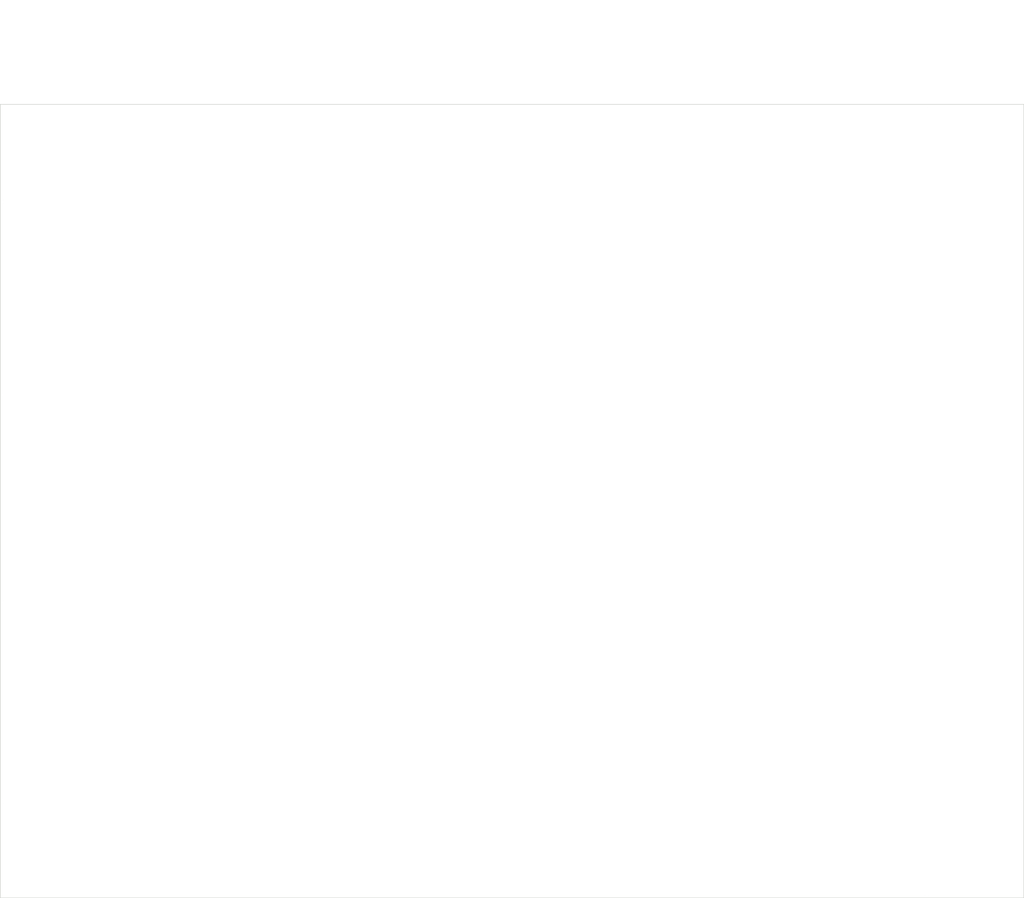
<source format=kicad_pcb>
(kicad_pcb (version 20171130) (host pcbnew "(5.1.9)-1")

  (general
    (thickness 0.8)
    (drawings 55)
    (tracks 0)
    (zones 0)
    (modules 158)
    (nets 1)
  )

  (page User 200 150.012)
  (title_block
    (title "CC Controller")
    (date 2020-11-30)
    (rev 000)
  )

  (layers
    (0 F.Cu signal)
    (1 In1.Cu signal)
    (2 In2.Cu signal)
    (31 B.Cu signal)
    (32 B.Adhes user)
    (33 F.Adhes user)
    (34 B.Paste user)
    (35 F.Paste user)
    (36 B.SilkS user)
    (37 F.SilkS user hide)
    (38 B.Mask user)
    (39 F.Mask user)
    (40 Dwgs.User user)
    (41 Cmts.User user)
    (42 Eco1.User user)
    (43 Eco2.User user)
    (44 Edge.Cuts user)
    (45 Margin user)
    (46 B.CrtYd user)
    (47 F.CrtYd user)
    (48 B.Fab user)
    (49 F.Fab user)
  )

  (setup
    (last_trace_width 0.15)
    (user_trace_width 0.15)
    (user_trace_width 0.15)
    (user_trace_width 0.15)
    (user_trace_width 0.15)
    (user_trace_width 0.15)
    (user_trace_width 0.3)
    (user_trace_width 0.3)
    (user_trace_width 0.3)
    (user_trace_width 0.3)
    (user_trace_width 0.3)
    (user_trace_width 0.15)
    (user_trace_width 0.3)
    (trace_clearance 0.2)
    (zone_clearance 0.15)
    (zone_45_only no)
    (trace_min 0.15)
    (via_size 0.6)
    (via_drill 0.3)
    (via_min_size 0.4)
    (via_min_drill 0.2)
    (user_via 0.4 0.2)
    (user_via 0.6 0.3)
    (uvia_size 0.3)
    (uvia_drill 0.1)
    (uvias_allowed no)
    (uvia_min_size 0.2)
    (uvia_min_drill 0.1)
    (edge_width 0.05)
    (segment_width 0.2)
    (pcb_text_width 0.3)
    (pcb_text_size 1.5 1.5)
    (mod_edge_width 0.12)
    (mod_text_size 1 1)
    (mod_text_width 0.15)
    (pad_size 1.5 1.5)
    (pad_drill 1)
    (pad_to_mask_clearance 0)
    (aux_axis_origin 0 0)
    (grid_origin 94.67 48.36)
    (visible_elements 7FFFF67F)
    (pcbplotparams
      (layerselection 0x010fc_ffffffff)
      (usegerberextensions false)
      (usegerberattributes true)
      (usegerberadvancedattributes true)
      (creategerberjobfile true)
      (excludeedgelayer true)
      (linewidth 0.100000)
      (plotframeref false)
      (viasonmask false)
      (mode 1)
      (useauxorigin false)
      (hpglpennumber 1)
      (hpglpenspeed 20)
      (hpglpendiameter 15.000000)
      (psnegative false)
      (psa4output false)
      (plotreference true)
      (plotvalue true)
      (plotinvisibletext false)
      (padsonsilk false)
      (subtractmaskfromsilk false)
      (outputformat 1)
      (mirror false)
      (drillshape 1)
      (scaleselection 1)
      (outputdirectory ""))
  )

  (net 0 "")

  (net_class Default "This is the default net class."
    (clearance 0.2)
    (trace_width 0.15)
    (via_dia 0.6)
    (via_drill 0.3)
    (uvia_dia 0.3)
    (uvia_drill 0.1)
  )

  (net_class "VBATT PWR/GND" ""
    (clearance 0.2)
    (trace_width 0.3)
    (via_dia 0.6)
    (via_drill 0.3)
    (uvia_dia 0.3)
    (uvia_drill 0.1)
  )

  (module Mousebites:0.5mm-NPTH-Drill (layer F.Cu) (tedit 5E4C20B0) (tstamp 61724152)
    (at 135.175 79.34)
    (fp_text reference REF** (at 0 1) (layer F.SilkS) hide
      (effects (font (size 1 1) (thickness 0.15)))
    )
    (fp_text value 0.5mm-NPTH-Drill (at 0 -1) (layer F.Fab) hide
      (effects (font (size 1 1) (thickness 0.15)))
    )
    (pad "" np_thru_hole circle (at 0 0) (size 0.5 0.5) (drill 0.5) (layers *.Cu *.Mask))
  )

  (module Mousebites:0.5mm-NPTH-Drill (layer F.Cu) (tedit 5E4C20B0) (tstamp 6172414A)
    (at 135.175 62.59)
    (fp_text reference REF** (at 0 1) (layer F.SilkS) hide
      (effects (font (size 1 1) (thickness 0.15)))
    )
    (fp_text value 0.5mm-NPTH-Drill (at 0 -1) (layer F.Fab) hide
      (effects (font (size 1 1) (thickness 0.15)))
    )
    (pad "" np_thru_hole circle (at 0 0) (size 0.5 0.5) (drill 0.5) (layers *.Cu *.Mask))
  )

  (module Mousebites:0.5mm-NPTH-Drill (layer F.Cu) (tedit 5E4C20B0) (tstamp 6172413E)
    (at 135.175 77.81)
    (fp_text reference REF** (at 0 1) (layer F.SilkS) hide
      (effects (font (size 1 1) (thickness 0.15)))
    )
    (fp_text value 0.5mm-NPTH-Drill (at 0 -1) (layer F.Fab) hide
      (effects (font (size 1 1) (thickness 0.15)))
    )
    (pad "" np_thru_hole circle (at 0 0) (size 0.5 0.5) (drill 0.5) (layers *.Cu *.Mask))
  )

  (module Mousebites:0.5mm-NPTH-Drill (layer F.Cu) (tedit 5E4C20B0) (tstamp 61724136)
    (at 135.175 61.06)
    (fp_text reference REF** (at 0 1) (layer F.SilkS) hide
      (effects (font (size 1 1) (thickness 0.15)))
    )
    (fp_text value 0.5mm-NPTH-Drill (at 0 -1) (layer F.Fab) hide
      (effects (font (size 1 1) (thickness 0.15)))
    )
    (pad "" np_thru_hole circle (at 0 0) (size 0.5 0.5) (drill 0.5) (layers *.Cu *.Mask))
  )

  (module Mousebites:0.5mm-NPTH-Drill (layer F.Cu) (tedit 5E4C20B0) (tstamp 6172412A)
    (at 135.175 80.87)
    (fp_text reference REF** (at 0 1) (layer F.SilkS) hide
      (effects (font (size 1 1) (thickness 0.15)))
    )
    (fp_text value 0.5mm-NPTH-Drill (at 0 -1) (layer F.Fab) hide
      (effects (font (size 1 1) (thickness 0.15)))
    )
    (pad "" np_thru_hole circle (at 0 0) (size 0.5 0.5) (drill 0.5) (layers *.Cu *.Mask))
  )

  (module Mousebites:0.5mm-NPTH-Drill (layer F.Cu) (tedit 5E4C20B0) (tstamp 61724122)
    (at 135.175 64.12)
    (fp_text reference REF** (at 0 1) (layer F.SilkS) hide
      (effects (font (size 1 1) (thickness 0.15)))
    )
    (fp_text value 0.5mm-NPTH-Drill (at 0 -1) (layer F.Fab) hide
      (effects (font (size 1 1) (thickness 0.15)))
    )
    (pad "" np_thru_hole circle (at 0 0) (size 0.5 0.5) (drill 0.5) (layers *.Cu *.Mask))
  )

  (module Mousebites:0.5mm-NPTH-Drill (layer F.Cu) (tedit 5E4C20B0) (tstamp 61724116)
    (at 135.175 78.575)
    (fp_text reference REF** (at 0 1) (layer F.SilkS) hide
      (effects (font (size 1 1) (thickness 0.15)))
    )
    (fp_text value 0.5mm-NPTH-Drill (at 0 -1) (layer F.Fab) hide
      (effects (font (size 1 1) (thickness 0.15)))
    )
    (pad "" np_thru_hole circle (at 0 0) (size 0.5 0.5) (drill 0.5) (layers *.Cu *.Mask))
  )

  (module Mousebites:0.5mm-NPTH-Drill (layer F.Cu) (tedit 5E4C20B0) (tstamp 6172410E)
    (at 135.175 61.825)
    (fp_text reference REF** (at 0 1) (layer F.SilkS) hide
      (effects (font (size 1 1) (thickness 0.15)))
    )
    (fp_text value 0.5mm-NPTH-Drill (at 0 -1) (layer F.Fab) hide
      (effects (font (size 1 1) (thickness 0.15)))
    )
    (pad "" np_thru_hole circle (at 0 0) (size 0.5 0.5) (drill 0.5) (layers *.Cu *.Mask))
  )

  (module Mousebites:0.5mm-NPTH-Drill (layer F.Cu) (tedit 5E4C20B0) (tstamp 61724102)
    (at 135.175 80.11)
    (fp_text reference REF** (at 0 1) (layer F.SilkS) hide
      (effects (font (size 1 1) (thickness 0.15)))
    )
    (fp_text value 0.5mm-NPTH-Drill (at 0 -1) (layer F.Fab) hide
      (effects (font (size 1 1) (thickness 0.15)))
    )
    (pad "" np_thru_hole circle (at 0 -0.005) (size 0.5 0.5) (drill 0.5) (layers *.Cu *.Mask))
  )

  (module Mousebites:0.5mm-NPTH-Drill (layer F.Cu) (tedit 5E4C20B0) (tstamp 617240FA)
    (at 135.175 63.36)
    (fp_text reference REF** (at 0 1) (layer F.SilkS) hide
      (effects (font (size 1 1) (thickness 0.15)))
    )
    (fp_text value 0.5mm-NPTH-Drill (at 0 -1) (layer F.Fab) hide
      (effects (font (size 1 1) (thickness 0.15)))
    )
    (pad "" np_thru_hole circle (at 0 -0.005) (size 0.5 0.5) (drill 0.5) (layers *.Cu *.Mask))
  )

  (module Mousebites:0.5mm-NPTH-Drill (layer F.Cu) (tedit 5E4C20B0) (tstamp 617240EE)
    (at 135.175 76.28)
    (fp_text reference REF** (at 0 1) (layer F.SilkS) hide
      (effects (font (size 1 1) (thickness 0.15)))
    )
    (fp_text value 0.5mm-NPTH-Drill (at 0 -1) (layer F.Fab) hide
      (effects (font (size 1 1) (thickness 0.15)))
    )
    (pad "" np_thru_hole circle (at 0 0) (size 0.5 0.5) (drill 0.5) (layers *.Cu *.Mask))
  )

  (module Mousebites:0.5mm-NPTH-Drill (layer F.Cu) (tedit 5E4C20B0) (tstamp 617240E6)
    (at 135.175 59.53)
    (fp_text reference REF** (at 0 1) (layer F.SilkS) hide
      (effects (font (size 1 1) (thickness 0.15)))
    )
    (fp_text value 0.5mm-NPTH-Drill (at 0 -1) (layer F.Fab) hide
      (effects (font (size 1 1) (thickness 0.15)))
    )
    (pad "" np_thru_hole circle (at 0 0) (size 0.5 0.5) (drill 0.5) (layers *.Cu *.Mask))
  )

  (module Mousebites:0.5mm-NPTH-Drill (layer F.Cu) (tedit 5E4C20B0) (tstamp 6172408A)
    (at 68.625 77.045)
    (fp_text reference REF** (at 0 1) (layer F.SilkS) hide
      (effects (font (size 1 1) (thickness 0.15)))
    )
    (fp_text value 0.5mm-NPTH-Drill (at 0 -1) (layer F.Fab) hide
      (effects (font (size 1 1) (thickness 0.15)))
    )
    (pad "" np_thru_hole circle (at 0 0) (size 0.5 0.5) (drill 0.5) (layers *.Cu *.Mask))
  )

  (module Mousebites:0.5mm-NPTH-Drill (layer F.Cu) (tedit 5E4C20B0) (tstamp 61724082)
    (at 68.625 60.295)
    (fp_text reference REF** (at 0 1) (layer F.SilkS) hide
      (effects (font (size 1 1) (thickness 0.15)))
    )
    (fp_text value 0.5mm-NPTH-Drill (at 0 -1) (layer F.Fab) hide
      (effects (font (size 1 1) (thickness 0.15)))
    )
    (pad "" np_thru_hole circle (at 0 0) (size 0.5 0.5) (drill 0.5) (layers *.Cu *.Mask))
  )

  (module Mousebites:0.5mm-NPTH-Drill (layer F.Cu) (tedit 5E4C20B0) (tstamp 61724076)
    (at 68.625 77.81)
    (fp_text reference REF** (at 0 1) (layer F.SilkS) hide
      (effects (font (size 1 1) (thickness 0.15)))
    )
    (fp_text value 0.5mm-NPTH-Drill (at 0 -1) (layer F.Fab) hide
      (effects (font (size 1 1) (thickness 0.15)))
    )
    (pad "" np_thru_hole circle (at 0 0) (size 0.5 0.5) (drill 0.5) (layers *.Cu *.Mask))
  )

  (module Mousebites:0.5mm-NPTH-Drill (layer F.Cu) (tedit 5E4C20B0) (tstamp 6172406E)
    (at 68.625 61.06)
    (fp_text reference REF** (at 0 1) (layer F.SilkS) hide
      (effects (font (size 1 1) (thickness 0.15)))
    )
    (fp_text value 0.5mm-NPTH-Drill (at 0 -1) (layer F.Fab) hide
      (effects (font (size 1 1) (thickness 0.15)))
    )
    (pad "" np_thru_hole circle (at 0 0) (size 0.5 0.5) (drill 0.5) (layers *.Cu *.Mask))
  )

  (module Mousebites:0.5mm-NPTH-Drill (layer F.Cu) (tedit 5E4C20B0) (tstamp 61724062)
    (at 68.625 79.34)
    (fp_text reference REF** (at 0 1) (layer F.SilkS) hide
      (effects (font (size 1 1) (thickness 0.15)))
    )
    (fp_text value 0.5mm-NPTH-Drill (at 0 -1) (layer F.Fab) hide
      (effects (font (size 1 1) (thickness 0.15)))
    )
    (pad "" np_thru_hole circle (at 0 0) (size 0.5 0.5) (drill 0.5) (layers *.Cu *.Mask))
  )

  (module Mousebites:0.5mm-NPTH-Drill (layer F.Cu) (tedit 5E4C20B0) (tstamp 6172405A)
    (at 68.625 62.59)
    (fp_text reference REF** (at 0 1) (layer F.SilkS) hide
      (effects (font (size 1 1) (thickness 0.15)))
    )
    (fp_text value 0.5mm-NPTH-Drill (at 0 -1) (layer F.Fab) hide
      (effects (font (size 1 1) (thickness 0.15)))
    )
    (pad "" np_thru_hole circle (at 0 0) (size 0.5 0.5) (drill 0.5) (layers *.Cu *.Mask))
  )

  (module Mousebites:0.5mm-NPTH-Drill (layer F.Cu) (tedit 5E4C20B0) (tstamp 6172404E)
    (at 68.625 78.575)
    (fp_text reference REF** (at 0 1) (layer F.SilkS) hide
      (effects (font (size 1 1) (thickness 0.15)))
    )
    (fp_text value 0.5mm-NPTH-Drill (at 0 -1) (layer F.Fab) hide
      (effects (font (size 1 1) (thickness 0.15)))
    )
    (pad "" np_thru_hole circle (at 0 0) (size 0.5 0.5) (drill 0.5) (layers *.Cu *.Mask))
  )

  (module Mousebites:0.5mm-NPTH-Drill (layer F.Cu) (tedit 5E4C20B0) (tstamp 61724046)
    (at 68.625 61.825)
    (fp_text reference REF** (at 0 1) (layer F.SilkS) hide
      (effects (font (size 1 1) (thickness 0.15)))
    )
    (fp_text value 0.5mm-NPTH-Drill (at 0 -1) (layer F.Fab) hide
      (effects (font (size 1 1) (thickness 0.15)))
    )
    (pad "" np_thru_hole circle (at 0 0) (size 0.5 0.5) (drill 0.5) (layers *.Cu *.Mask))
  )

  (module Mousebites:0.5mm-NPTH-Drill (layer F.Cu) (tedit 5E4C20B0) (tstamp 6172403A)
    (at 103.125 76.28)
    (fp_text reference REF** (at 0 1) (layer F.SilkS) hide
      (effects (font (size 1 1) (thickness 0.15)))
    )
    (fp_text value 0.5mm-NPTH-Drill (at 0 -1) (layer F.Fab) hide
      (effects (font (size 1 1) (thickness 0.15)))
    )
    (pad "" np_thru_hole circle (at 0 0) (size 0.5 0.5) (drill 0.5) (layers *.Cu *.Mask))
  )

  (module Mousebites:0.5mm-NPTH-Drill (layer F.Cu) (tedit 5E4C20B0) (tstamp 61724032)
    (at 103.125 59.53)
    (fp_text reference REF** (at 0 1) (layer F.SilkS) hide
      (effects (font (size 1 1) (thickness 0.15)))
    )
    (fp_text value 0.5mm-NPTH-Drill (at 0 -1) (layer F.Fab) hide
      (effects (font (size 1 1) (thickness 0.15)))
    )
    (pad "" np_thru_hole circle (at 0 0) (size 0.5 0.5) (drill 0.5) (layers *.Cu *.Mask))
  )

  (module Mousebites:0.5mm-NPTH-Drill (layer F.Cu) (tedit 5E4C20B0) (tstamp 61724026)
    (at 103.125 78.575)
    (fp_text reference REF** (at 0 1) (layer F.SilkS) hide
      (effects (font (size 1 1) (thickness 0.15)))
    )
    (fp_text value 0.5mm-NPTH-Drill (at 0 -1) (layer F.Fab) hide
      (effects (font (size 1 1) (thickness 0.15)))
    )
    (pad "" np_thru_hole circle (at 0 0) (size 0.5 0.5) (drill 0.5) (layers *.Cu *.Mask))
  )

  (module Mousebites:0.5mm-NPTH-Drill (layer F.Cu) (tedit 5E4C20B0) (tstamp 6172401E)
    (at 103.125 61.825)
    (fp_text reference REF** (at 0 1) (layer F.SilkS) hide
      (effects (font (size 1 1) (thickness 0.15)))
    )
    (fp_text value 0.5mm-NPTH-Drill (at 0 -1) (layer F.Fab) hide
      (effects (font (size 1 1) (thickness 0.15)))
    )
    (pad "" np_thru_hole circle (at 0 0) (size 0.5 0.5) (drill 0.5) (layers *.Cu *.Mask))
  )

  (module Mousebites:0.5mm-NPTH-Drill (layer F.Cu) (tedit 5E4C20B0) (tstamp 61724012)
    (at 103.125 77.045)
    (fp_text reference REF** (at 0 1) (layer F.SilkS) hide
      (effects (font (size 1 1) (thickness 0.15)))
    )
    (fp_text value 0.5mm-NPTH-Drill (at 0 -1) (layer F.Fab) hide
      (effects (font (size 1 1) (thickness 0.15)))
    )
    (pad "" np_thru_hole circle (at 0 0) (size 0.5 0.5) (drill 0.5) (layers *.Cu *.Mask))
  )

  (module Mousebites:0.5mm-NPTH-Drill (layer F.Cu) (tedit 5E4C20B0) (tstamp 6172400A)
    (at 103.125 60.295)
    (fp_text reference REF** (at 0 1) (layer F.SilkS) hide
      (effects (font (size 1 1) (thickness 0.15)))
    )
    (fp_text value 0.5mm-NPTH-Drill (at 0 -1) (layer F.Fab) hide
      (effects (font (size 1 1) (thickness 0.15)))
    )
    (pad "" np_thru_hole circle (at 0 0) (size 0.5 0.5) (drill 0.5) (layers *.Cu *.Mask))
  )

  (module Mousebites:0.5mm-NPTH-Drill (layer F.Cu) (tedit 5E4C20B0) (tstamp 61723FFE)
    (at 68.625 76.28)
    (fp_text reference REF** (at 0 1) (layer F.SilkS) hide
      (effects (font (size 1 1) (thickness 0.15)))
    )
    (fp_text value 0.5mm-NPTH-Drill (at 0 -1) (layer F.Fab) hide
      (effects (font (size 1 1) (thickness 0.15)))
    )
    (pad "" np_thru_hole circle (at 0 0) (size 0.5 0.5) (drill 0.5) (layers *.Cu *.Mask))
  )

  (module Mousebites:0.5mm-NPTH-Drill (layer F.Cu) (tedit 5E4C20B0) (tstamp 61723FF6)
    (at 68.625 59.53)
    (fp_text reference REF** (at 0 1) (layer F.SilkS) hide
      (effects (font (size 1 1) (thickness 0.15)))
    )
    (fp_text value 0.5mm-NPTH-Drill (at 0 -1) (layer F.Fab) hide
      (effects (font (size 1 1) (thickness 0.15)))
    )
    (pad "" np_thru_hole circle (at 0 0) (size 0.5 0.5) (drill 0.5) (layers *.Cu *.Mask))
  )

  (module Mousebites:0.5mm-NPTH-Drill (layer F.Cu) (tedit 5E4C20B0) (tstamp 61723FEA)
    (at 135.175 77.045)
    (fp_text reference REF** (at 0 1) (layer F.SilkS) hide
      (effects (font (size 1 1) (thickness 0.15)))
    )
    (fp_text value 0.5mm-NPTH-Drill (at 0 -1) (layer F.Fab) hide
      (effects (font (size 1 1) (thickness 0.15)))
    )
    (pad "" np_thru_hole circle (at 0 0) (size 0.5 0.5) (drill 0.5) (layers *.Cu *.Mask))
  )

  (module Mousebites:0.5mm-NPTH-Drill (layer F.Cu) (tedit 5E4C20B0) (tstamp 61723FE2)
    (at 135.175 60.295)
    (fp_text reference REF** (at 0 1) (layer F.SilkS) hide
      (effects (font (size 1 1) (thickness 0.15)))
    )
    (fp_text value 0.5mm-NPTH-Drill (at 0 -1) (layer F.Fab) hide
      (effects (font (size 1 1) (thickness 0.15)))
    )
    (pad "" np_thru_hole circle (at 0 0) (size 0.5 0.5) (drill 0.5) (layers *.Cu *.Mask))
  )

  (module Mousebites:0.5mm-NPTH-Drill (layer F.Cu) (tedit 5E4C20B0) (tstamp 61723FD6)
    (at 68.625 80.11)
    (fp_text reference REF** (at 0 1) (layer F.SilkS) hide
      (effects (font (size 1 1) (thickness 0.15)))
    )
    (fp_text value 0.5mm-NPTH-Drill (at 0 -1) (layer F.Fab) hide
      (effects (font (size 1 1) (thickness 0.15)))
    )
    (pad "" np_thru_hole circle (at 0 -0.005) (size 0.5 0.5) (drill 0.5) (layers *.Cu *.Mask))
  )

  (module Mousebites:0.5mm-NPTH-Drill (layer F.Cu) (tedit 5E4C20B0) (tstamp 61723FCE)
    (at 68.625 63.36)
    (fp_text reference REF** (at 0 1) (layer F.SilkS) hide
      (effects (font (size 1 1) (thickness 0.15)))
    )
    (fp_text value 0.5mm-NPTH-Drill (at 0 -1) (layer F.Fab) hide
      (effects (font (size 1 1) (thickness 0.15)))
    )
    (pad "" np_thru_hole circle (at 0 -0.005) (size 0.5 0.5) (drill 0.5) (layers *.Cu *.Mask))
  )

  (module Mousebites:0.5mm-NPTH-Drill (layer F.Cu) (tedit 5E4C20B0) (tstamp 61723FC2)
    (at 68.625 80.87)
    (fp_text reference REF** (at 0 1) (layer F.SilkS) hide
      (effects (font (size 1 1) (thickness 0.15)))
    )
    (fp_text value 0.5mm-NPTH-Drill (at 0 -1) (layer F.Fab) hide
      (effects (font (size 1 1) (thickness 0.15)))
    )
    (pad "" np_thru_hole circle (at 0 0) (size 0.5 0.5) (drill 0.5) (layers *.Cu *.Mask))
  )

  (module Mousebites:0.5mm-NPTH-Drill (layer F.Cu) (tedit 5E4C20B0) (tstamp 61723FBA)
    (at 68.625 64.12)
    (fp_text reference REF** (at 0 1) (layer F.SilkS) hide
      (effects (font (size 1 1) (thickness 0.15)))
    )
    (fp_text value 0.5mm-NPTH-Drill (at 0 -1) (layer F.Fab) hide
      (effects (font (size 1 1) (thickness 0.15)))
    )
    (pad "" np_thru_hole circle (at 0 0) (size 0.5 0.5) (drill 0.5) (layers *.Cu *.Mask))
  )

  (module Mousebites:0.5mm-NPTH-Drill (layer F.Cu) (tedit 5E4C20B0) (tstamp 61723FAE)
    (at 100.675 77.045)
    (fp_text reference REF** (at 0 1) (layer F.SilkS) hide
      (effects (font (size 1 1) (thickness 0.15)))
    )
    (fp_text value 0.5mm-NPTH-Drill (at 0 -1) (layer F.Fab) hide
      (effects (font (size 1 1) (thickness 0.15)))
    )
    (pad "" np_thru_hole circle (at 0 0) (size 0.5 0.5) (drill 0.5) (layers *.Cu *.Mask))
  )

  (module Mousebites:0.5mm-NPTH-Drill (layer F.Cu) (tedit 5E4C20B0) (tstamp 61723FA6)
    (at 100.675 60.295)
    (fp_text reference REF** (at 0 1) (layer F.SilkS) hide
      (effects (font (size 1 1) (thickness 0.15)))
    )
    (fp_text value 0.5mm-NPTH-Drill (at 0 -1) (layer F.Fab) hide
      (effects (font (size 1 1) (thickness 0.15)))
    )
    (pad "" np_thru_hole circle (at 0 0) (size 0.5 0.5) (drill 0.5) (layers *.Cu *.Mask))
  )

  (module Mousebites:0.5mm-NPTH-Drill (layer F.Cu) (tedit 5E4C20B0) (tstamp 61723F9A)
    (at 100.675 78.575)
    (fp_text reference REF** (at 0 1) (layer F.SilkS) hide
      (effects (font (size 1 1) (thickness 0.15)))
    )
    (fp_text value 0.5mm-NPTH-Drill (at 0 -1) (layer F.Fab) hide
      (effects (font (size 1 1) (thickness 0.15)))
    )
    (pad "" np_thru_hole circle (at 0 0) (size 0.5 0.5) (drill 0.5) (layers *.Cu *.Mask))
  )

  (module Mousebites:0.5mm-NPTH-Drill (layer F.Cu) (tedit 5E4C20B0) (tstamp 61723F92)
    (at 100.675 61.825)
    (fp_text reference REF** (at 0 1) (layer F.SilkS) hide
      (effects (font (size 1 1) (thickness 0.15)))
    )
    (fp_text value 0.5mm-NPTH-Drill (at 0 -1) (layer F.Fab) hide
      (effects (font (size 1 1) (thickness 0.15)))
    )
    (pad "" np_thru_hole circle (at 0 0) (size 0.5 0.5) (drill 0.5) (layers *.Cu *.Mask))
  )

  (module Mousebites:0.5mm-NPTH-Drill (layer F.Cu) (tedit 5E4C20B0) (tstamp 61723F86)
    (at 100.675 80.11)
    (fp_text reference REF** (at 0 1) (layer F.SilkS) hide
      (effects (font (size 1 1) (thickness 0.15)))
    )
    (fp_text value 0.5mm-NPTH-Drill (at 0 -1) (layer F.Fab) hide
      (effects (font (size 1 1) (thickness 0.15)))
    )
    (pad "" np_thru_hole circle (at 0 -0.005) (size 0.5 0.5) (drill 0.5) (layers *.Cu *.Mask))
  )

  (module Mousebites:0.5mm-NPTH-Drill (layer F.Cu) (tedit 5E4C20B0) (tstamp 61723F7E)
    (at 100.675 63.36)
    (fp_text reference REF** (at 0 1) (layer F.SilkS) hide
      (effects (font (size 1 1) (thickness 0.15)))
    )
    (fp_text value 0.5mm-NPTH-Drill (at 0 -1) (layer F.Fab) hide
      (effects (font (size 1 1) (thickness 0.15)))
    )
    (pad "" np_thru_hole circle (at 0 -0.005) (size 0.5 0.5) (drill 0.5) (layers *.Cu *.Mask))
  )

  (module Mousebites:0.5mm-NPTH-Drill (layer F.Cu) (tedit 5E4C20B0) (tstamp 61723F72)
    (at 100.675 76.28)
    (fp_text reference REF** (at 0 1) (layer F.SilkS) hide
      (effects (font (size 1 1) (thickness 0.15)))
    )
    (fp_text value 0.5mm-NPTH-Drill (at 0 -1) (layer F.Fab) hide
      (effects (font (size 1 1) (thickness 0.15)))
    )
    (pad "" np_thru_hole circle (at 0 0) (size 0.5 0.5) (drill 0.5) (layers *.Cu *.Mask))
  )

  (module Mousebites:0.5mm-NPTH-Drill (layer F.Cu) (tedit 5E4C20B0) (tstamp 61723F6A)
    (at 100.675 59.53)
    (fp_text reference REF** (at 0 1) (layer F.SilkS) hide
      (effects (font (size 1 1) (thickness 0.15)))
    )
    (fp_text value 0.5mm-NPTH-Drill (at 0 -1) (layer F.Fab) hide
      (effects (font (size 1 1) (thickness 0.15)))
    )
    (pad "" np_thru_hole circle (at 0 0) (size 0.5 0.5) (drill 0.5) (layers *.Cu *.Mask))
  )

  (module Mousebites:0.5mm-NPTH-Drill (layer F.Cu) (tedit 5E4C20B0) (tstamp 61723F5E)
    (at 103.125 80.87)
    (fp_text reference REF** (at 0 1) (layer F.SilkS) hide
      (effects (font (size 1 1) (thickness 0.15)))
    )
    (fp_text value 0.5mm-NPTH-Drill (at 0 -1) (layer F.Fab) hide
      (effects (font (size 1 1) (thickness 0.15)))
    )
    (pad "" np_thru_hole circle (at 0 0) (size 0.5 0.5) (drill 0.5) (layers *.Cu *.Mask))
  )

  (module Mousebites:0.5mm-NPTH-Drill (layer F.Cu) (tedit 5E4C20B0) (tstamp 61723F56)
    (at 103.125 64.12)
    (fp_text reference REF** (at 0 1) (layer F.SilkS) hide
      (effects (font (size 1 1) (thickness 0.15)))
    )
    (fp_text value 0.5mm-NPTH-Drill (at 0 -1) (layer F.Fab) hide
      (effects (font (size 1 1) (thickness 0.15)))
    )
    (pad "" np_thru_hole circle (at 0 0) (size 0.5 0.5) (drill 0.5) (layers *.Cu *.Mask))
  )

  (module Mousebites:0.5mm-NPTH-Drill (layer F.Cu) (tedit 5E4C20B0) (tstamp 61723F4A)
    (at 103.125 77.81)
    (fp_text reference REF** (at 0 1) (layer F.SilkS) hide
      (effects (font (size 1 1) (thickness 0.15)))
    )
    (fp_text value 0.5mm-NPTH-Drill (at 0 -1) (layer F.Fab) hide
      (effects (font (size 1 1) (thickness 0.15)))
    )
    (pad "" np_thru_hole circle (at 0 0) (size 0.5 0.5) (drill 0.5) (layers *.Cu *.Mask))
  )

  (module Mousebites:0.5mm-NPTH-Drill (layer F.Cu) (tedit 5E4C20B0) (tstamp 61723F42)
    (at 103.125 61.06)
    (fp_text reference REF** (at 0 1) (layer F.SilkS) hide
      (effects (font (size 1 1) (thickness 0.15)))
    )
    (fp_text value 0.5mm-NPTH-Drill (at 0 -1) (layer F.Fab) hide
      (effects (font (size 1 1) (thickness 0.15)))
    )
    (pad "" np_thru_hole circle (at 0 0) (size 0.5 0.5) (drill 0.5) (layers *.Cu *.Mask))
  )

  (module Mousebites:0.5mm-NPTH-Drill (layer F.Cu) (tedit 5E4C20B0) (tstamp 61723F36)
    (at 100.675 80.87)
    (fp_text reference REF** (at 0 1) (layer F.SilkS) hide
      (effects (font (size 1 1) (thickness 0.15)))
    )
    (fp_text value 0.5mm-NPTH-Drill (at 0 -1) (layer F.Fab) hide
      (effects (font (size 1 1) (thickness 0.15)))
    )
    (pad "" np_thru_hole circle (at 0 0) (size 0.5 0.5) (drill 0.5) (layers *.Cu *.Mask))
  )

  (module Mousebites:0.5mm-NPTH-Drill (layer F.Cu) (tedit 5E4C20B0) (tstamp 61723F2E)
    (at 100.675 64.12)
    (fp_text reference REF** (at 0 1) (layer F.SilkS) hide
      (effects (font (size 1 1) (thickness 0.15)))
    )
    (fp_text value 0.5mm-NPTH-Drill (at 0 -1) (layer F.Fab) hide
      (effects (font (size 1 1) (thickness 0.15)))
    )
    (pad "" np_thru_hole circle (at 0 0) (size 0.5 0.5) (drill 0.5) (layers *.Cu *.Mask))
  )

  (module Mousebites:0.5mm-NPTH-Drill (layer F.Cu) (tedit 5E4C20B0) (tstamp 61723F22)
    (at 103.125 80.11)
    (fp_text reference REF** (at 0 1) (layer F.SilkS) hide
      (effects (font (size 1 1) (thickness 0.15)))
    )
    (fp_text value 0.5mm-NPTH-Drill (at 0 -1) (layer F.Fab) hide
      (effects (font (size 1 1) (thickness 0.15)))
    )
    (pad "" np_thru_hole circle (at 0 -0.005) (size 0.5 0.5) (drill 0.5) (layers *.Cu *.Mask))
  )

  (module Mousebites:0.5mm-NPTH-Drill (layer F.Cu) (tedit 5E4C20B0) (tstamp 61723F1A)
    (at 103.125 63.36)
    (fp_text reference REF** (at 0 1) (layer F.SilkS) hide
      (effects (font (size 1 1) (thickness 0.15)))
    )
    (fp_text value 0.5mm-NPTH-Drill (at 0 -1) (layer F.Fab) hide
      (effects (font (size 1 1) (thickness 0.15)))
    )
    (pad "" np_thru_hole circle (at 0 -0.005) (size 0.5 0.5) (drill 0.5) (layers *.Cu *.Mask))
  )

  (module Mousebites:0.5mm-NPTH-Drill (layer F.Cu) (tedit 5E4C20B0) (tstamp 61723F0E)
    (at 100.675 79.34)
    (fp_text reference REF** (at 0 1) (layer F.SilkS) hide
      (effects (font (size 1 1) (thickness 0.15)))
    )
    (fp_text value 0.5mm-NPTH-Drill (at 0 -1) (layer F.Fab) hide
      (effects (font (size 1 1) (thickness 0.15)))
    )
    (pad "" np_thru_hole circle (at 0 0) (size 0.5 0.5) (drill 0.5) (layers *.Cu *.Mask))
  )

  (module Mousebites:0.5mm-NPTH-Drill (layer F.Cu) (tedit 5E4C20B0) (tstamp 61723F06)
    (at 100.675 62.59)
    (fp_text reference REF** (at 0 1) (layer F.SilkS) hide
      (effects (font (size 1 1) (thickness 0.15)))
    )
    (fp_text value 0.5mm-NPTH-Drill (at 0 -1) (layer F.Fab) hide
      (effects (font (size 1 1) (thickness 0.15)))
    )
    (pad "" np_thru_hole circle (at 0 0) (size 0.5 0.5) (drill 0.5) (layers *.Cu *.Mask))
  )

  (module Mousebites:0.5mm-NPTH-Drill (layer F.Cu) (tedit 5E4C20B0) (tstamp 61723EFA)
    (at 100.675 77.81)
    (fp_text reference REF** (at 0 1) (layer F.SilkS) hide
      (effects (font (size 1 1) (thickness 0.15)))
    )
    (fp_text value 0.5mm-NPTH-Drill (at 0 -1) (layer F.Fab) hide
      (effects (font (size 1 1) (thickness 0.15)))
    )
    (pad "" np_thru_hole circle (at 0 0) (size 0.5 0.5) (drill 0.5) (layers *.Cu *.Mask))
  )

  (module Mousebites:0.5mm-NPTH-Drill (layer F.Cu) (tedit 5E4C20B0) (tstamp 61723EF2)
    (at 100.675 61.06)
    (fp_text reference REF** (at 0 1) (layer F.SilkS) hide
      (effects (font (size 1 1) (thickness 0.15)))
    )
    (fp_text value 0.5mm-NPTH-Drill (at 0 -1) (layer F.Fab) hide
      (effects (font (size 1 1) (thickness 0.15)))
    )
    (pad "" np_thru_hole circle (at 0 0) (size 0.5 0.5) (drill 0.5) (layers *.Cu *.Mask))
  )

  (module Mousebites:0.5mm-NPTH-Drill (layer F.Cu) (tedit 5E4C20B0) (tstamp 61723EE6)
    (at 103.125 79.34)
    (fp_text reference REF** (at 0 1) (layer F.SilkS) hide
      (effects (font (size 1 1) (thickness 0.15)))
    )
    (fp_text value 0.5mm-NPTH-Drill (at 0 -1) (layer F.Fab) hide
      (effects (font (size 1 1) (thickness 0.15)))
    )
    (pad "" np_thru_hole circle (at 0 0) (size 0.5 0.5) (drill 0.5) (layers *.Cu *.Mask))
  )

  (module Mousebites:0.5mm-NPTH-Drill (layer F.Cu) (tedit 5E4C20B0) (tstamp 61723EDE)
    (at 103.125 62.59)
    (fp_text reference REF** (at 0 1) (layer F.SilkS) hide
      (effects (font (size 1 1) (thickness 0.15)))
    )
    (fp_text value 0.5mm-NPTH-Drill (at 0 -1) (layer F.Fab) hide
      (effects (font (size 1 1) (thickness 0.15)))
    )
    (pad "" np_thru_hole circle (at 0 0) (size 0.5 0.5) (drill 0.5) (layers *.Cu *.Mask))
  )

  (module Mousebites:0.5mm-NPTH-Drill (layer F.Cu) (tedit 5E4C20B0) (tstamp 615BBC2A)
    (at 64.614 70.06 90)
    (fp_text reference REF** (at 0 1 90) (layer F.SilkS) hide
      (effects (font (size 1 1) (thickness 0.15)))
    )
    (fp_text value 0.5mm-NPTH-Drill (at 0 -1 90) (layer F.Fab) hide
      (effects (font (size 1 1) (thickness 0.15)))
    )
    (pad "" np_thru_hole circle (at 0 0 90) (size 0.5 0.5) (drill 0.5) (layers *.Cu *.Mask))
  )

  (module Mousebites:0.5mm-NPTH-Drill (layer F.Cu) (tedit 5E4C20B0) (tstamp 615BBC26)
    (at 63.848 70.06 90)
    (fp_text reference REF** (at 0 1 90) (layer F.SilkS) hide
      (effects (font (size 1 1) (thickness 0.15)))
    )
    (fp_text value 0.5mm-NPTH-Drill (at 0 -1 90) (layer F.Fab) hide
      (effects (font (size 1 1) (thickness 0.15)))
    )
    (pad "" np_thru_hole circle (at 0 0 90) (size 0.5 0.5) (drill 0.5) (layers *.Cu *.Mask))
  )

  (module Mousebites:0.5mm-NPTH-Drill (layer F.Cu) (tedit 5E4C20B0) (tstamp 615BBC22)
    (at 65.38 70.06 90)
    (fp_text reference REF** (at 0 1 90) (layer F.SilkS) hide
      (effects (font (size 1 1) (thickness 0.15)))
    )
    (fp_text value 0.5mm-NPTH-Drill (at 0 -1 90) (layer F.Fab) hide
      (effects (font (size 1 1) (thickness 0.15)))
    )
    (pad "" np_thru_hole circle (at 0 0 90) (size 0.5 0.5) (drill 0.5) (layers *.Cu *.Mask))
  )

  (module Mousebites:0.5mm-NPTH-Drill (layer F.Cu) (tedit 5E4C20B0) (tstamp 615BBC1E)
    (at 62.316 70.06 90)
    (fp_text reference REF** (at 0 1 90) (layer F.SilkS) hide
      (effects (font (size 1 1) (thickness 0.15)))
    )
    (fp_text value 0.5mm-NPTH-Drill (at 0 -1 90) (layer F.Fab) hide
      (effects (font (size 1 1) (thickness 0.15)))
    )
    (pad "" np_thru_hole circle (at 0 0 90) (size 0.5 0.5) (drill 0.5) (layers *.Cu *.Mask))
  )

  (module Mousebites:0.5mm-NPTH-Drill (layer F.Cu) (tedit 5E4C20B0) (tstamp 615BBC1A)
    (at 63.082 70.06 90)
    (fp_text reference REF** (at 0 1 90) (layer F.SilkS) hide
      (effects (font (size 1 1) (thickness 0.15)))
    )
    (fp_text value 0.5mm-NPTH-Drill (at 0 -1 90) (layer F.Fab) hide
      (effects (font (size 1 1) (thickness 0.15)))
    )
    (pad "" np_thru_hole circle (at 0 0 90) (size 0.5 0.5) (drill 0.5) (layers *.Cu *.Mask))
  )

  (module Mousebites:0.5mm-NPTH-Drill (layer F.Cu) (tedit 5E4C20B0) (tstamp 615BBC16)
    (at 61.55 70.06 90)
    (fp_text reference REF** (at 0 1 90) (layer F.SilkS) hide
      (effects (font (size 1 1) (thickness 0.15)))
    )
    (fp_text value 0.5mm-NPTH-Drill (at 0 -1 90) (layer F.Fab) hide
      (effects (font (size 1 1) (thickness 0.15)))
    )
    (pad "" np_thru_hole circle (at 0 0 90) (size 0.5 0.5) (drill 0.5) (layers *.Cu *.Mask))
  )

  (module Mousebites:0.5mm-NPTH-Drill (layer F.Cu) (tedit 5E4C20B0) (tstamp 615BBC2A)
    (at 64.624 53.42 90)
    (fp_text reference REF** (at 0 1 90) (layer F.SilkS) hide
      (effects (font (size 1 1) (thickness 0.15)))
    )
    (fp_text value 0.5mm-NPTH-Drill (at 0 -1 90) (layer F.Fab) hide
      (effects (font (size 1 1) (thickness 0.15)))
    )
    (pad "" np_thru_hole circle (at 0 0 90) (size 0.5 0.5) (drill 0.5) (layers *.Cu *.Mask))
  )

  (module Mousebites:0.5mm-NPTH-Drill (layer F.Cu) (tedit 5E4C20B0) (tstamp 615BBC26)
    (at 63.858 53.42 90)
    (fp_text reference REF** (at 0 1 90) (layer F.SilkS) hide
      (effects (font (size 1 1) (thickness 0.15)))
    )
    (fp_text value 0.5mm-NPTH-Drill (at 0 -1 90) (layer F.Fab) hide
      (effects (font (size 1 1) (thickness 0.15)))
    )
    (pad "" np_thru_hole circle (at 0 0 90) (size 0.5 0.5) (drill 0.5) (layers *.Cu *.Mask))
  )

  (module Mousebites:0.5mm-NPTH-Drill (layer F.Cu) (tedit 5E4C20B0) (tstamp 615BBC22)
    (at 65.39 53.42 90)
    (fp_text reference REF** (at 0 1 90) (layer F.SilkS) hide
      (effects (font (size 1 1) (thickness 0.15)))
    )
    (fp_text value 0.5mm-NPTH-Drill (at 0 -1 90) (layer F.Fab) hide
      (effects (font (size 1 1) (thickness 0.15)))
    )
    (pad "" np_thru_hole circle (at 0 0 90) (size 0.5 0.5) (drill 0.5) (layers *.Cu *.Mask))
  )

  (module Mousebites:0.5mm-NPTH-Drill (layer F.Cu) (tedit 5E4C20B0) (tstamp 615BBC1E)
    (at 62.326 53.42 90)
    (fp_text reference REF** (at 0 1 90) (layer F.SilkS) hide
      (effects (font (size 1 1) (thickness 0.15)))
    )
    (fp_text value 0.5mm-NPTH-Drill (at 0 -1 90) (layer F.Fab) hide
      (effects (font (size 1 1) (thickness 0.15)))
    )
    (pad "" np_thru_hole circle (at 0 0 90) (size 0.5 0.5) (drill 0.5) (layers *.Cu *.Mask))
  )

  (module Mousebites:0.5mm-NPTH-Drill (layer F.Cu) (tedit 5E4C20B0) (tstamp 615BBC1A)
    (at 63.092 53.42 90)
    (fp_text reference REF** (at 0 1 90) (layer F.SilkS) hide
      (effects (font (size 1 1) (thickness 0.15)))
    )
    (fp_text value 0.5mm-NPTH-Drill (at 0 -1 90) (layer F.Fab) hide
      (effects (font (size 1 1) (thickness 0.15)))
    )
    (pad "" np_thru_hole circle (at 0 0 90) (size 0.5 0.5) (drill 0.5) (layers *.Cu *.Mask))
  )

  (module Mousebites:0.5mm-NPTH-Drill (layer F.Cu) (tedit 5E4C20B0) (tstamp 615BBC16)
    (at 61.56 53.42 90)
    (fp_text reference REF** (at 0 1 90) (layer F.SilkS) hide
      (effects (font (size 1 1) (thickness 0.15)))
    )
    (fp_text value 0.5mm-NPTH-Drill (at 0 -1 90) (layer F.Fab) hide
      (effects (font (size 1 1) (thickness 0.15)))
    )
    (pad "" np_thru_hole circle (at 0 0 90) (size 0.5 0.5) (drill 0.5) (layers *.Cu *.Mask))
  )

  (module Mousebites:0.5mm-NPTH-Drill (layer F.Cu) (tedit 5E4C20B0) (tstamp 615BBC2A)
    (at 141.484 70.06 90)
    (fp_text reference REF** (at 0 1 90) (layer F.SilkS) hide
      (effects (font (size 1 1) (thickness 0.15)))
    )
    (fp_text value 0.5mm-NPTH-Drill (at 0 -1 90) (layer F.Fab) hide
      (effects (font (size 1 1) (thickness 0.15)))
    )
    (pad "" np_thru_hole circle (at 0 0 90) (size 0.5 0.5) (drill 0.5) (layers *.Cu *.Mask))
  )

  (module Mousebites:0.5mm-NPTH-Drill (layer F.Cu) (tedit 5E4C20B0) (tstamp 615BBC26)
    (at 140.718 70.06 90)
    (fp_text reference REF** (at 0 1 90) (layer F.SilkS) hide
      (effects (font (size 1 1) (thickness 0.15)))
    )
    (fp_text value 0.5mm-NPTH-Drill (at 0 -1 90) (layer F.Fab) hide
      (effects (font (size 1 1) (thickness 0.15)))
    )
    (pad "" np_thru_hole circle (at 0 0 90) (size 0.5 0.5) (drill 0.5) (layers *.Cu *.Mask))
  )

  (module Mousebites:0.5mm-NPTH-Drill (layer F.Cu) (tedit 5E4C20B0) (tstamp 615BBC22)
    (at 142.25 70.06 90)
    (fp_text reference REF** (at 0 1 90) (layer F.SilkS) hide
      (effects (font (size 1 1) (thickness 0.15)))
    )
    (fp_text value 0.5mm-NPTH-Drill (at 0 -1 90) (layer F.Fab) hide
      (effects (font (size 1 1) (thickness 0.15)))
    )
    (pad "" np_thru_hole circle (at 0 0 90) (size 0.5 0.5) (drill 0.5) (layers *.Cu *.Mask))
  )

  (module Mousebites:0.5mm-NPTH-Drill (layer F.Cu) (tedit 5E4C20B0) (tstamp 615BBC1E)
    (at 139.186 70.06 90)
    (fp_text reference REF** (at 0 1 90) (layer F.SilkS) hide
      (effects (font (size 1 1) (thickness 0.15)))
    )
    (fp_text value 0.5mm-NPTH-Drill (at 0 -1 90) (layer F.Fab) hide
      (effects (font (size 1 1) (thickness 0.15)))
    )
    (pad "" np_thru_hole circle (at 0 0 90) (size 0.5 0.5) (drill 0.5) (layers *.Cu *.Mask))
  )

  (module Mousebites:0.5mm-NPTH-Drill (layer F.Cu) (tedit 5E4C20B0) (tstamp 615BBC1A)
    (at 139.952 70.06 90)
    (fp_text reference REF** (at 0 1 90) (layer F.SilkS) hide
      (effects (font (size 1 1) (thickness 0.15)))
    )
    (fp_text value 0.5mm-NPTH-Drill (at 0 -1 90) (layer F.Fab) hide
      (effects (font (size 1 1) (thickness 0.15)))
    )
    (pad "" np_thru_hole circle (at 0 0 90) (size 0.5 0.5) (drill 0.5) (layers *.Cu *.Mask))
  )

  (module Mousebites:0.5mm-NPTH-Drill (layer F.Cu) (tedit 5E4C20B0) (tstamp 615BBC16)
    (at 138.42 70.06 90)
    (fp_text reference REF** (at 0 1 90) (layer F.SilkS) hide
      (effects (font (size 1 1) (thickness 0.15)))
    )
    (fp_text value 0.5mm-NPTH-Drill (at 0 -1 90) (layer F.Fab) hide
      (effects (font (size 1 1) (thickness 0.15)))
    )
    (pad "" np_thru_hole circle (at 0 0 90) (size 0.5 0.5) (drill 0.5) (layers *.Cu *.Mask))
  )

  (module Mousebites:0.5mm-NPTH-Drill (layer F.Cu) (tedit 5E4C20B0) (tstamp 615BBC2A)
    (at 141.514 53.42 90)
    (fp_text reference REF** (at 0 1 90) (layer F.SilkS) hide
      (effects (font (size 1 1) (thickness 0.15)))
    )
    (fp_text value 0.5mm-NPTH-Drill (at 0 -1 90) (layer F.Fab) hide
      (effects (font (size 1 1) (thickness 0.15)))
    )
    (pad "" np_thru_hole circle (at 0 0 90) (size 0.5 0.5) (drill 0.5) (layers *.Cu *.Mask))
  )

  (module Mousebites:0.5mm-NPTH-Drill (layer F.Cu) (tedit 5E4C20B0) (tstamp 615BBC26)
    (at 140.748 53.42 90)
    (fp_text reference REF** (at 0 1 90) (layer F.SilkS) hide
      (effects (font (size 1 1) (thickness 0.15)))
    )
    (fp_text value 0.5mm-NPTH-Drill (at 0 -1 90) (layer F.Fab) hide
      (effects (font (size 1 1) (thickness 0.15)))
    )
    (pad "" np_thru_hole circle (at 0 0 90) (size 0.5 0.5) (drill 0.5) (layers *.Cu *.Mask))
  )

  (module Mousebites:0.5mm-NPTH-Drill (layer F.Cu) (tedit 5E4C20B0) (tstamp 615BBC22)
    (at 142.28 53.42 90)
    (fp_text reference REF** (at 0 1 90) (layer F.SilkS) hide
      (effects (font (size 1 1) (thickness 0.15)))
    )
    (fp_text value 0.5mm-NPTH-Drill (at 0 -1 90) (layer F.Fab) hide
      (effects (font (size 1 1) (thickness 0.15)))
    )
    (pad "" np_thru_hole circle (at 0 0 90) (size 0.5 0.5) (drill 0.5) (layers *.Cu *.Mask))
  )

  (module Mousebites:0.5mm-NPTH-Drill (layer F.Cu) (tedit 5E4C20B0) (tstamp 615BBC1E)
    (at 139.216 53.42 90)
    (fp_text reference REF** (at 0 1 90) (layer F.SilkS) hide
      (effects (font (size 1 1) (thickness 0.15)))
    )
    (fp_text value 0.5mm-NPTH-Drill (at 0 -1 90) (layer F.Fab) hide
      (effects (font (size 1 1) (thickness 0.15)))
    )
    (pad "" np_thru_hole circle (at 0 0 90) (size 0.5 0.5) (drill 0.5) (layers *.Cu *.Mask))
  )

  (module Mousebites:0.5mm-NPTH-Drill (layer F.Cu) (tedit 5E4C20B0) (tstamp 615BBC1A)
    (at 139.982 53.42 90)
    (fp_text reference REF** (at 0 1 90) (layer F.SilkS) hide
      (effects (font (size 1 1) (thickness 0.15)))
    )
    (fp_text value 0.5mm-NPTH-Drill (at 0 -1 90) (layer F.Fab) hide
      (effects (font (size 1 1) (thickness 0.15)))
    )
    (pad "" np_thru_hole circle (at 0 0 90) (size 0.5 0.5) (drill 0.5) (layers *.Cu *.Mask))
  )

  (module Mousebites:0.5mm-NPTH-Drill (layer F.Cu) (tedit 5E4C20B0) (tstamp 615BBC16)
    (at 138.45 53.42 90)
    (fp_text reference REF** (at 0 1 90) (layer F.SilkS) hide
      (effects (font (size 1 1) (thickness 0.15)))
    )
    (fp_text value 0.5mm-NPTH-Drill (at 0 -1 90) (layer F.Fab) hide
      (effects (font (size 1 1) (thickness 0.15)))
    )
    (pad "" np_thru_hole circle (at 0 0 90) (size 0.5 0.5) (drill 0.5) (layers *.Cu *.Mask))
  )

  (module Mousebites:0.5mm-NPTH-Drill (layer F.Cu) (tedit 5E4C20B0) (tstamp 615BB85C)
    (at 135.175 47.37)
    (fp_text reference REF** (at 0 1) (layer F.SilkS) hide
      (effects (font (size 1 1) (thickness 0.15)))
    )
    (fp_text value 0.5mm-NPTH-Drill (at 0 -1) (layer F.Fab) hide
      (effects (font (size 1 1) (thickness 0.15)))
    )
    (pad "" np_thru_hole circle (at 0 0) (size 0.5 0.5) (drill 0.5) (layers *.Cu *.Mask))
  )

  (module Mousebites:0.5mm-NPTH-Drill (layer F.Cu) (tedit 5E4C20B0) (tstamp 615BB858)
    (at 135.175 44.31)
    (fp_text reference REF** (at 0 1) (layer F.SilkS) hide
      (effects (font (size 1 1) (thickness 0.15)))
    )
    (fp_text value 0.5mm-NPTH-Drill (at 0 -1) (layer F.Fab) hide
      (effects (font (size 1 1) (thickness 0.15)))
    )
    (pad "" np_thru_hole circle (at 0 0) (size 0.5 0.5) (drill 0.5) (layers *.Cu *.Mask))
  )

  (module Mousebites:0.5mm-NPTH-Drill (layer F.Cu) (tedit 5E4C20B0) (tstamp 615BB854)
    (at 135.175 45.84)
    (fp_text reference REF** (at 0 1) (layer F.SilkS) hide
      (effects (font (size 1 1) (thickness 0.15)))
    )
    (fp_text value 0.5mm-NPTH-Drill (at 0 -1) (layer F.Fab) hide
      (effects (font (size 1 1) (thickness 0.15)))
    )
    (pad "" np_thru_hole circle (at 0 0) (size 0.5 0.5) (drill 0.5) (layers *.Cu *.Mask))
  )

  (module Mousebites:0.5mm-NPTH-Drill (layer F.Cu) (tedit 5E4C20B0) (tstamp 615BB850)
    (at 135.175 42.78)
    (fp_text reference REF** (at 0 1) (layer F.SilkS) hide
      (effects (font (size 1 1) (thickness 0.15)))
    )
    (fp_text value 0.5mm-NPTH-Drill (at 0 -1) (layer F.Fab) hide
      (effects (font (size 1 1) (thickness 0.15)))
    )
    (pad "" np_thru_hole circle (at 0 0) (size 0.5 0.5) (drill 0.5) (layers *.Cu *.Mask))
  )

  (module Mousebites:0.5mm-NPTH-Drill (layer F.Cu) (tedit 5E4C20B0) (tstamp 615BB84C)
    (at 135.175 46.61)
    (fp_text reference REF** (at 0 1) (layer F.SilkS) hide
      (effects (font (size 1 1) (thickness 0.15)))
    )
    (fp_text value 0.5mm-NPTH-Drill (at 0 -1) (layer F.Fab) hide
      (effects (font (size 1 1) (thickness 0.15)))
    )
    (pad "" np_thru_hole circle (at 0 -0.005) (size 0.5 0.5) (drill 0.5) (layers *.Cu *.Mask))
  )

  (module Mousebites:0.5mm-NPTH-Drill (layer F.Cu) (tedit 5E4C20B0) (tstamp 615BB848)
    (at 135.175 45.075)
    (fp_text reference REF** (at 0 1) (layer F.SilkS) hide
      (effects (font (size 1 1) (thickness 0.15)))
    )
    (fp_text value 0.5mm-NPTH-Drill (at 0 -1) (layer F.Fab) hide
      (effects (font (size 1 1) (thickness 0.15)))
    )
    (pad "" np_thru_hole circle (at 0 0) (size 0.5 0.5) (drill 0.5) (layers *.Cu *.Mask))
  )

  (module Mousebites:0.5mm-NPTH-Drill (layer F.Cu) (tedit 5E4C20B0) (tstamp 615BB844)
    (at 135.175 43.545)
    (fp_text reference REF** (at 0 1) (layer F.SilkS) hide
      (effects (font (size 1 1) (thickness 0.15)))
    )
    (fp_text value 0.5mm-NPTH-Drill (at 0 -1) (layer F.Fab) hide
      (effects (font (size 1 1) (thickness 0.15)))
    )
    (pad "" np_thru_hole circle (at 0 0) (size 0.5 0.5) (drill 0.5) (layers *.Cu *.Mask))
  )

  (module Mousebites:0.5mm-NPTH-Drill (layer F.Cu) (tedit 5E4C20B0) (tstamp 615BB790)
    (at 103.125 46.61)
    (fp_text reference REF** (at 0 1) (layer F.SilkS) hide
      (effects (font (size 1 1) (thickness 0.15)))
    )
    (fp_text value 0.5mm-NPTH-Drill (at 0 -1) (layer F.Fab) hide
      (effects (font (size 1 1) (thickness 0.15)))
    )
    (pad "" np_thru_hole circle (at 0 -0.005) (size 0.5 0.5) (drill 0.5) (layers *.Cu *.Mask))
  )

  (module Mousebites:0.5mm-NPTH-Drill (layer F.Cu) (tedit 5E4C20B0) (tstamp 615BB78C)
    (at 103.125 45.075)
    (fp_text reference REF** (at 0 1) (layer F.SilkS) hide
      (effects (font (size 1 1) (thickness 0.15)))
    )
    (fp_text value 0.5mm-NPTH-Drill (at 0 -1) (layer F.Fab) hide
      (effects (font (size 1 1) (thickness 0.15)))
    )
    (pad "" np_thru_hole circle (at 0 0) (size 0.5 0.5) (drill 0.5) (layers *.Cu *.Mask))
  )

  (module Mousebites:0.5mm-NPTH-Drill (layer F.Cu) (tedit 5E4C20B0) (tstamp 615BB788)
    (at 103.125 43.545)
    (fp_text reference REF** (at 0 1) (layer F.SilkS) hide
      (effects (font (size 1 1) (thickness 0.15)))
    )
    (fp_text value 0.5mm-NPTH-Drill (at 0 -1) (layer F.Fab) hide
      (effects (font (size 1 1) (thickness 0.15)))
    )
    (pad "" np_thru_hole circle (at 0 0) (size 0.5 0.5) (drill 0.5) (layers *.Cu *.Mask))
  )

  (module Mousebites:0.5mm-NPTH-Drill (layer F.Cu) (tedit 5E4C20B0) (tstamp 615BB784)
    (at 103.125 44.31)
    (fp_text reference REF** (at 0 1) (layer F.SilkS) hide
      (effects (font (size 1 1) (thickness 0.15)))
    )
    (fp_text value 0.5mm-NPTH-Drill (at 0 -1) (layer F.Fab) hide
      (effects (font (size 1 1) (thickness 0.15)))
    )
    (pad "" np_thru_hole circle (at 0 0) (size 0.5 0.5) (drill 0.5) (layers *.Cu *.Mask))
  )

  (module Mousebites:0.5mm-NPTH-Drill (layer F.Cu) (tedit 5E4C20B0) (tstamp 615BB780)
    (at 103.125 42.78)
    (fp_text reference REF** (at 0 1) (layer F.SilkS) hide
      (effects (font (size 1 1) (thickness 0.15)))
    )
    (fp_text value 0.5mm-NPTH-Drill (at 0 -1) (layer F.Fab) hide
      (effects (font (size 1 1) (thickness 0.15)))
    )
    (pad "" np_thru_hole circle (at 0 0) (size 0.5 0.5) (drill 0.5) (layers *.Cu *.Mask))
  )

  (module Mousebites:0.5mm-NPTH-Drill (layer F.Cu) (tedit 5E4C20B0) (tstamp 615BB77C)
    (at 103.125 47.37)
    (fp_text reference REF** (at 0 1) (layer F.SilkS) hide
      (effects (font (size 1 1) (thickness 0.15)))
    )
    (fp_text value 0.5mm-NPTH-Drill (at 0 -1) (layer F.Fab) hide
      (effects (font (size 1 1) (thickness 0.15)))
    )
    (pad "" np_thru_hole circle (at 0 0) (size 0.5 0.5) (drill 0.5) (layers *.Cu *.Mask))
  )

  (module Mousebites:0.5mm-NPTH-Drill (layer F.Cu) (tedit 5E4C20B0) (tstamp 615BB778)
    (at 103.125 45.84)
    (fp_text reference REF** (at 0 1) (layer F.SilkS) hide
      (effects (font (size 1 1) (thickness 0.15)))
    )
    (fp_text value 0.5mm-NPTH-Drill (at 0 -1) (layer F.Fab) hide
      (effects (font (size 1 1) (thickness 0.15)))
    )
    (pad "" np_thru_hole circle (at 0 0) (size 0.5 0.5) (drill 0.5) (layers *.Cu *.Mask))
  )

  (module Mousebites:0.5mm-NPTH-Drill (layer F.Cu) (tedit 5E4C20B0) (tstamp 615BB5C1)
    (at 100.675 47.37)
    (fp_text reference REF** (at 0 1) (layer F.SilkS) hide
      (effects (font (size 1 1) (thickness 0.15)))
    )
    (fp_text value 0.5mm-NPTH-Drill (at 0 -1) (layer F.Fab) hide
      (effects (font (size 1 1) (thickness 0.15)))
    )
    (pad "" np_thru_hole circle (at 0 0) (size 0.5 0.5) (drill 0.5) (layers *.Cu *.Mask))
  )

  (module Mousebites:0.5mm-NPTH-Drill (layer F.Cu) (tedit 5E4C20B0) (tstamp 615BB5BD)
    (at 100.675 44.31)
    (fp_text reference REF** (at 0 1) (layer F.SilkS) hide
      (effects (font (size 1 1) (thickness 0.15)))
    )
    (fp_text value 0.5mm-NPTH-Drill (at 0 -1) (layer F.Fab) hide
      (effects (font (size 1 1) (thickness 0.15)))
    )
    (pad "" np_thru_hole circle (at 0 0) (size 0.5 0.5) (drill 0.5) (layers *.Cu *.Mask))
  )

  (module Mousebites:0.5mm-NPTH-Drill (layer F.Cu) (tedit 5E4C20B0) (tstamp 615BB5B9)
    (at 100.675 45.84)
    (fp_text reference REF** (at 0 1) (layer F.SilkS) hide
      (effects (font (size 1 1) (thickness 0.15)))
    )
    (fp_text value 0.5mm-NPTH-Drill (at 0 -1) (layer F.Fab) hide
      (effects (font (size 1 1) (thickness 0.15)))
    )
    (pad "" np_thru_hole circle (at 0 0) (size 0.5 0.5) (drill 0.5) (layers *.Cu *.Mask))
  )

  (module Mousebites:0.5mm-NPTH-Drill (layer F.Cu) (tedit 5E4C20B0) (tstamp 615BB5B5)
    (at 100.675 42.78)
    (fp_text reference REF** (at 0 1) (layer F.SilkS) hide
      (effects (font (size 1 1) (thickness 0.15)))
    )
    (fp_text value 0.5mm-NPTH-Drill (at 0 -1) (layer F.Fab) hide
      (effects (font (size 1 1) (thickness 0.15)))
    )
    (pad "" np_thru_hole circle (at 0 0) (size 0.5 0.5) (drill 0.5) (layers *.Cu *.Mask))
  )

  (module Mousebites:0.5mm-NPTH-Drill (layer F.Cu) (tedit 5E4C20B0) (tstamp 615BB5B1)
    (at 100.675 46.61)
    (fp_text reference REF** (at 0 1) (layer F.SilkS) hide
      (effects (font (size 1 1) (thickness 0.15)))
    )
    (fp_text value 0.5mm-NPTH-Drill (at 0 -1) (layer F.Fab) hide
      (effects (font (size 1 1) (thickness 0.15)))
    )
    (pad "" np_thru_hole circle (at 0 -0.005) (size 0.5 0.5) (drill 0.5) (layers *.Cu *.Mask))
  )

  (module Mousebites:0.5mm-NPTH-Drill (layer F.Cu) (tedit 5E4C20B0) (tstamp 615BB5AD)
    (at 100.675 45.075)
    (fp_text reference REF** (at 0 1) (layer F.SilkS) hide
      (effects (font (size 1 1) (thickness 0.15)))
    )
    (fp_text value 0.5mm-NPTH-Drill (at 0 -1) (layer F.Fab) hide
      (effects (font (size 1 1) (thickness 0.15)))
    )
    (pad "" np_thru_hole circle (at 0 0) (size 0.5 0.5) (drill 0.5) (layers *.Cu *.Mask))
  )

  (module Mousebites:0.5mm-NPTH-Drill (layer F.Cu) (tedit 5E4C20B0) (tstamp 615BB5A9)
    (at 100.675 43.545)
    (fp_text reference REF** (at 0 1) (layer F.SilkS) hide
      (effects (font (size 1 1) (thickness 0.15)))
    )
    (fp_text value 0.5mm-NPTH-Drill (at 0 -1) (layer F.Fab) hide
      (effects (font (size 1 1) (thickness 0.15)))
    )
    (pad "" np_thru_hole circle (at 0 0) (size 0.5 0.5) (drill 0.5) (layers *.Cu *.Mask))
  )

  (module Mousebites:0.5mm-NPTH-Drill (layer F.Cu) (tedit 5E4C20B0) (tstamp 615BB24B)
    (at 68.625 47.37)
    (fp_text reference REF** (at 0 1) (layer F.SilkS) hide
      (effects (font (size 1 1) (thickness 0.15)))
    )
    (fp_text value 0.5mm-NPTH-Drill (at 0 -1) (layer F.Fab) hide
      (effects (font (size 1 1) (thickness 0.15)))
    )
    (pad "" np_thru_hole circle (at 0 0) (size 0.5 0.5) (drill 0.5) (layers *.Cu *.Mask))
  )

  (module Mousebites:0.5mm-NPTH-Drill (layer F.Cu) (tedit 5E4C20B0) (tstamp 60ADC2D4)
    (at 68.625 42.78)
    (fp_text reference REF** (at 0 1) (layer F.SilkS) hide
      (effects (font (size 1 1) (thickness 0.15)))
    )
    (fp_text value 0.5mm-NPTH-Drill (at 0 -1) (layer F.Fab) hide
      (effects (font (size 1 1) (thickness 0.15)))
    )
    (pad "" np_thru_hole circle (at 0 0) (size 0.5 0.5) (drill 0.5) (layers *.Cu *.Mask))
  )

  (module Mousebites:0.5mm-NPTH-Drill (layer F.Cu) (tedit 5E4C20B0) (tstamp 60ADC2DC)
    (at 68.625 46.61)
    (fp_text reference REF** (at 0 1) (layer F.SilkS) hide
      (effects (font (size 1 1) (thickness 0.15)))
    )
    (fp_text value 0.5mm-NPTH-Drill (at 0 -1) (layer F.Fab) hide
      (effects (font (size 1 1) (thickness 0.15)))
    )
    (pad "" np_thru_hole circle (at 0 -0.005) (size 0.5 0.5) (drill 0.5) (layers *.Cu *.Mask))
  )

  (module Mousebites:0.5mm-NPTH-Drill (layer F.Cu) (tedit 5E4C20B0) (tstamp 60ADC2D8)
    (at 68.625 45.075)
    (fp_text reference REF** (at 0 1) (layer F.SilkS) hide
      (effects (font (size 1 1) (thickness 0.15)))
    )
    (fp_text value 0.5mm-NPTH-Drill (at 0 -1) (layer F.Fab) hide
      (effects (font (size 1 1) (thickness 0.15)))
    )
    (pad "" np_thru_hole circle (at 0 0) (size 0.5 0.5) (drill 0.5) (layers *.Cu *.Mask))
  )

  (module Mousebites:0.5mm-NPTH-Drill (layer F.Cu) (tedit 5E4C20B0) (tstamp 60ADC2D0)
    (at 68.625 45.84)
    (fp_text reference REF** (at 0 1) (layer F.SilkS) hide
      (effects (font (size 1 1) (thickness 0.15)))
    )
    (fp_text value 0.5mm-NPTH-Drill (at 0 -1) (layer F.Fab) hide
      (effects (font (size 1 1) (thickness 0.15)))
    )
    (pad "" np_thru_hole circle (at 0 0) (size 0.5 0.5) (drill 0.5) (layers *.Cu *.Mask))
  )

  (module Mousebites:0.5mm-NPTH-Drill (layer F.Cu) (tedit 5E4C20B0) (tstamp 60ADC2CC)
    (at 68.625 44.31)
    (fp_text reference REF** (at 0 1) (layer F.SilkS) hide
      (effects (font (size 1 1) (thickness 0.15)))
    )
    (fp_text value 0.5mm-NPTH-Drill (at 0 -1) (layer F.Fab) hide
      (effects (font (size 1 1) (thickness 0.15)))
    )
    (pad "" np_thru_hole circle (at 0 0) (size 0.5 0.5) (drill 0.5) (layers *.Cu *.Mask))
  )

  (module Mousebites:0.5mm-NPTH-Drill (layer F.Cu) (tedit 5E4C20B0) (tstamp 60ADC2C8)
    (at 68.625 43.545)
    (fp_text reference REF** (at 0 1) (layer F.SilkS) hide
      (effects (font (size 1 1) (thickness 0.15)))
    )
    (fp_text value 0.5mm-NPTH-Drill (at 0 -1) (layer F.Fab) hide
      (effects (font (size 1 1) (thickness 0.15)))
    )
    (pad "" np_thru_hole circle (at 0 0) (size 0.5 0.5) (drill 0.5) (layers *.Cu *.Mask))
  )

  (module Mousebites:2MM_Stencil_Hole (layer F.Cu) (tedit 60679DFC) (tstamp 60681577)
    (at 138.884263 34.15)
    (fp_text reference REF** (at 0 3) (layer F.SilkS) hide
      (effects (font (size 1 1) (thickness 0.15)))
    )
    (fp_text value 2MM_Stencil_Hole (at 0 -3) (layer F.Fab) hide
      (effects (font (size 1 1) (thickness 0.15)))
    )
    (pad "" np_thru_hole circle (at 0 0) (size 2 2) (drill 2) (layers *.Cu *.Paste *.Mask))
  )

  (module Mousebites:2MM_Stencil_Hole (layer F.Cu) (tedit 60679DFC) (tstamp 606815A2)
    (at 64.905737 89.71)
    (fp_text reference REF** (at 0 3) (layer F.SilkS) hide
      (effects (font (size 1 1) (thickness 0.15)))
    )
    (fp_text value 2MM_Stencil_Hole (at 0 -3) (layer F.Fab) hide
      (effects (font (size 1 1) (thickness 0.15)))
    )
    (pad "" np_thru_hole circle (at 0 0) (size 2 2) (drill 2) (layers *.Cu *.Paste *.Mask))
  )

  (module Mousebites:0.5mm-NPTH-Drill (layer F.Cu) (tedit 5E4C20B0) (tstamp 60675F1E)
    (at 68.71 89.22 180)
    (fp_text reference REF** (at 0 1) (layer F.SilkS) hide
      (effects (font (size 1 1) (thickness 0.15)))
    )
    (fp_text value 0.5mm-NPTH-Drill (at 0 -1) (layer F.Fab) hide
      (effects (font (size 1 1) (thickness 0.15)))
    )
    (pad "" np_thru_hole circle (at 0 0 180) (size 0.5 0.5) (drill 0.5) (layers *.Cu *.Mask))
  )

  (module Mousebites:0.5mm-NPTH-Drill (layer F.Cu) (tedit 5E4C20B0) (tstamp 60675F1A)
    (at 68.71 89.986 180)
    (fp_text reference REF** (at 0 1) (layer F.SilkS) hide
      (effects (font (size 1 1) (thickness 0.15)))
    )
    (fp_text value 0.5mm-NPTH-Drill (at 0 -1) (layer F.Fab) hide
      (effects (font (size 1 1) (thickness 0.15)))
    )
    (pad "" np_thru_hole circle (at 0 0 180) (size 0.5 0.5) (drill 0.5) (layers *.Cu *.Mask))
  )

  (module Mousebites:0.5mm-NPTH-Drill (layer F.Cu) (tedit 5E4C20B0) (tstamp 60675F16)
    (at 68.71 93.05 180)
    (fp_text reference REF** (at 0 1) (layer F.SilkS) hide
      (effects (font (size 1 1) (thickness 0.15)))
    )
    (fp_text value 0.5mm-NPTH-Drill (at 0 -1) (layer F.Fab) hide
      (effects (font (size 1 1) (thickness 0.15)))
    )
    (pad "" np_thru_hole circle (at 0 0 180) (size 0.5 0.5) (drill 0.5) (layers *.Cu *.Mask))
  )

  (module Mousebites:0.5mm-NPTH-Drill (layer F.Cu) (tedit 5E4C20B0) (tstamp 60675F12)
    (at 68.71 92.284 180)
    (fp_text reference REF** (at 0 1) (layer F.SilkS) hide
      (effects (font (size 1 1) (thickness 0.15)))
    )
    (fp_text value 0.5mm-NPTH-Drill (at 0 -1) (layer F.Fab) hide
      (effects (font (size 1 1) (thickness 0.15)))
    )
    (pad "" np_thru_hole circle (at 0 0 180) (size 0.5 0.5) (drill 0.5) (layers *.Cu *.Mask))
  )

  (module Mousebites:0.5mm-NPTH-Drill (layer F.Cu) (tedit 5E4C20B0) (tstamp 60675F0E)
    (at 68.71 90.752 180)
    (fp_text reference REF** (at 0 1) (layer F.SilkS) hide
      (effects (font (size 1 1) (thickness 0.15)))
    )
    (fp_text value 0.5mm-NPTH-Drill (at 0 -1) (layer F.Fab) hide
      (effects (font (size 1 1) (thickness 0.15)))
    )
    (pad "" np_thru_hole circle (at 0 0 180) (size 0.5 0.5) (drill 0.5) (layers *.Cu *.Mask))
  )

  (module Mousebites:0.5mm-NPTH-Drill (layer F.Cu) (tedit 5E4C20B0) (tstamp 60675F0A)
    (at 68.71 91.518 180)
    (fp_text reference REF** (at 0 1) (layer F.SilkS) hide
      (effects (font (size 1 1) (thickness 0.15)))
    )
    (fp_text value 0.5mm-NPTH-Drill (at 0 -1) (layer F.Fab) hide
      (effects (font (size 1 1) (thickness 0.15)))
    )
    (pad "" np_thru_hole circle (at 0 0 180) (size 0.5 0.5) (drill 0.5) (layers *.Cu *.Mask))
  )

  (module Mousebites:0.5mm-NPTH-Drill (layer F.Cu) (tedit 5E4C20B0) (tstamp 60675F1E)
    (at 135.08 89.28 180)
    (fp_text reference REF** (at 0 1) (layer F.SilkS) hide
      (effects (font (size 1 1) (thickness 0.15)))
    )
    (fp_text value 0.5mm-NPTH-Drill (at 0 -1) (layer F.Fab) hide
      (effects (font (size 1 1) (thickness 0.15)))
    )
    (pad "" np_thru_hole circle (at 0 0 180) (size 0.5 0.5) (drill 0.5) (layers *.Cu *.Mask))
  )

  (module Mousebites:0.5mm-NPTH-Drill (layer F.Cu) (tedit 5E4C20B0) (tstamp 60675F1A)
    (at 135.08 90.046 180)
    (fp_text reference REF** (at 0 1) (layer F.SilkS) hide
      (effects (font (size 1 1) (thickness 0.15)))
    )
    (fp_text value 0.5mm-NPTH-Drill (at 0 -1) (layer F.Fab) hide
      (effects (font (size 1 1) (thickness 0.15)))
    )
    (pad "" np_thru_hole circle (at 0 0 180) (size 0.5 0.5) (drill 0.5) (layers *.Cu *.Mask))
  )

  (module Mousebites:0.5mm-NPTH-Drill (layer F.Cu) (tedit 5E4C20B0) (tstamp 60675F16)
    (at 135.08 93.11 180)
    (fp_text reference REF** (at 0 1) (layer F.SilkS) hide
      (effects (font (size 1 1) (thickness 0.15)))
    )
    (fp_text value 0.5mm-NPTH-Drill (at 0 -1) (layer F.Fab) hide
      (effects (font (size 1 1) (thickness 0.15)))
    )
    (pad "" np_thru_hole circle (at 0 0 180) (size 0.5 0.5) (drill 0.5) (layers *.Cu *.Mask))
  )

  (module Mousebites:0.5mm-NPTH-Drill (layer F.Cu) (tedit 5E4C20B0) (tstamp 60675F12)
    (at 135.08 92.344 180)
    (fp_text reference REF** (at 0 1) (layer F.SilkS) hide
      (effects (font (size 1 1) (thickness 0.15)))
    )
    (fp_text value 0.5mm-NPTH-Drill (at 0 -1) (layer F.Fab) hide
      (effects (font (size 1 1) (thickness 0.15)))
    )
    (pad "" np_thru_hole circle (at 0 0 180) (size 0.5 0.5) (drill 0.5) (layers *.Cu *.Mask))
  )

  (module Mousebites:0.5mm-NPTH-Drill (layer F.Cu) (tedit 5E4C20B0) (tstamp 60675F0E)
    (at 135.08 90.812 180)
    (fp_text reference REF** (at 0 1) (layer F.SilkS) hide
      (effects (font (size 1 1) (thickness 0.15)))
    )
    (fp_text value 0.5mm-NPTH-Drill (at 0 -1) (layer F.Fab) hide
      (effects (font (size 1 1) (thickness 0.15)))
    )
    (pad "" np_thru_hole circle (at 0 0 180) (size 0.5 0.5) (drill 0.5) (layers *.Cu *.Mask))
  )

  (module Mousebites:0.5mm-NPTH-Drill (layer F.Cu) (tedit 5E4C20B0) (tstamp 60675F0A)
    (at 135.08 91.578 180)
    (fp_text reference REF** (at 0 1) (layer F.SilkS) hide
      (effects (font (size 1 1) (thickness 0.15)))
    )
    (fp_text value 0.5mm-NPTH-Drill (at 0 -1) (layer F.Fab) hide
      (effects (font (size 1 1) (thickness 0.15)))
    )
    (pad "" np_thru_hole circle (at 0 0 180) (size 0.5 0.5) (drill 0.5) (layers *.Cu *.Mask))
  )

  (module Mousebites:0.5mm-NPTH-Drill (layer F.Cu) (tedit 5E4C20B0) (tstamp 60675F1E)
    (at 135.08 30.82 180)
    (fp_text reference REF** (at 0 1) (layer F.SilkS) hide
      (effects (font (size 1 1) (thickness 0.15)))
    )
    (fp_text value 0.5mm-NPTH-Drill (at 0 -1) (layer F.Fab) hide
      (effects (font (size 1 1) (thickness 0.15)))
    )
    (pad "" np_thru_hole circle (at 0 0 180) (size 0.5 0.5) (drill 0.5) (layers *.Cu *.Mask))
  )

  (module Mousebites:0.5mm-NPTH-Drill (layer F.Cu) (tedit 5E4C20B0) (tstamp 60675F1A)
    (at 135.08 31.586 180)
    (fp_text reference REF** (at 0 1) (layer F.SilkS) hide
      (effects (font (size 1 1) (thickness 0.15)))
    )
    (fp_text value 0.5mm-NPTH-Drill (at 0 -1) (layer F.Fab) hide
      (effects (font (size 1 1) (thickness 0.15)))
    )
    (pad "" np_thru_hole circle (at 0 0 180) (size 0.5 0.5) (drill 0.5) (layers *.Cu *.Mask))
  )

  (module Mousebites:0.5mm-NPTH-Drill (layer F.Cu) (tedit 5E4C20B0) (tstamp 60675F16)
    (at 135.08 34.65 180)
    (fp_text reference REF** (at 0 1) (layer F.SilkS) hide
      (effects (font (size 1 1) (thickness 0.15)))
    )
    (fp_text value 0.5mm-NPTH-Drill (at 0 -1) (layer F.Fab) hide
      (effects (font (size 1 1) (thickness 0.15)))
    )
    (pad "" np_thru_hole circle (at 0 0 180) (size 0.5 0.5) (drill 0.5) (layers *.Cu *.Mask))
  )

  (module Mousebites:0.5mm-NPTH-Drill (layer F.Cu) (tedit 5E4C20B0) (tstamp 60675F12)
    (at 135.08 33.884 180)
    (fp_text reference REF** (at 0 1) (layer F.SilkS) hide
      (effects (font (size 1 1) (thickness 0.15)))
    )
    (fp_text value 0.5mm-NPTH-Drill (at 0 -1) (layer F.Fab) hide
      (effects (font (size 1 1) (thickness 0.15)))
    )
    (pad "" np_thru_hole circle (at 0 0 180) (size 0.5 0.5) (drill 0.5) (layers *.Cu *.Mask))
  )

  (module Mousebites:0.5mm-NPTH-Drill (layer F.Cu) (tedit 5E4C20B0) (tstamp 60675F0E)
    (at 135.08 32.352 180)
    (fp_text reference REF** (at 0 1) (layer F.SilkS) hide
      (effects (font (size 1 1) (thickness 0.15)))
    )
    (fp_text value 0.5mm-NPTH-Drill (at 0 -1) (layer F.Fab) hide
      (effects (font (size 1 1) (thickness 0.15)))
    )
    (pad "" np_thru_hole circle (at 0 0 180) (size 0.5 0.5) (drill 0.5) (layers *.Cu *.Mask))
  )

  (module Mousebites:0.5mm-NPTH-Drill (layer F.Cu) (tedit 5E4C20B0) (tstamp 60675F0A)
    (at 135.08 33.118 180)
    (fp_text reference REF** (at 0 1) (layer F.SilkS) hide
      (effects (font (size 1 1) (thickness 0.15)))
    )
    (fp_text value 0.5mm-NPTH-Drill (at 0 -1) (layer F.Fab) hide
      (effects (font (size 1 1) (thickness 0.15)))
    )
    (pad "" np_thru_hole circle (at 0 0 180) (size 0.5 0.5) (drill 0.5) (layers *.Cu *.Mask))
  )

  (module Mousebites:0.5mm-NPTH-Drill (layer F.Cu) (tedit 5E4C20B0) (tstamp 60675F1E)
    (at 68.7 30.81 180)
    (fp_text reference REF** (at 0 1) (layer F.SilkS) hide
      (effects (font (size 1 1) (thickness 0.15)))
    )
    (fp_text value 0.5mm-NPTH-Drill (at 0 -1) (layer F.Fab) hide
      (effects (font (size 1 1) (thickness 0.15)))
    )
    (pad "" np_thru_hole circle (at 0 0 180) (size 0.5 0.5) (drill 0.5) (layers *.Cu *.Mask))
  )

  (module Mousebites:0.5mm-NPTH-Drill (layer F.Cu) (tedit 5E4C20B0) (tstamp 60675F1A)
    (at 68.7 31.576 180)
    (fp_text reference REF** (at 0 1) (layer F.SilkS) hide
      (effects (font (size 1 1) (thickness 0.15)))
    )
    (fp_text value 0.5mm-NPTH-Drill (at 0 -1) (layer F.Fab) hide
      (effects (font (size 1 1) (thickness 0.15)))
    )
    (pad "" np_thru_hole circle (at 0 0 180) (size 0.5 0.5) (drill 0.5) (layers *.Cu *.Mask))
  )

  (module Mousebites:0.5mm-NPTH-Drill (layer F.Cu) (tedit 5E4C20B0) (tstamp 60675F16)
    (at 68.7 34.64 180)
    (fp_text reference REF** (at 0 1) (layer F.SilkS) hide
      (effects (font (size 1 1) (thickness 0.15)))
    )
    (fp_text value 0.5mm-NPTH-Drill (at 0 -1) (layer F.Fab) hide
      (effects (font (size 1 1) (thickness 0.15)))
    )
    (pad "" np_thru_hole circle (at 0 0 180) (size 0.5 0.5) (drill 0.5) (layers *.Cu *.Mask))
  )

  (module Mousebites:0.5mm-NPTH-Drill (layer F.Cu) (tedit 5E4C20B0) (tstamp 60675F12)
    (at 68.7 33.874 180)
    (fp_text reference REF** (at 0 1) (layer F.SilkS) hide
      (effects (font (size 1 1) (thickness 0.15)))
    )
    (fp_text value 0.5mm-NPTH-Drill (at 0 -1) (layer F.Fab) hide
      (effects (font (size 1 1) (thickness 0.15)))
    )
    (pad "" np_thru_hole circle (at 0 0 180) (size 0.5 0.5) (drill 0.5) (layers *.Cu *.Mask))
  )

  (module Mousebites:0.5mm-NPTH-Drill (layer F.Cu) (tedit 5E4C20B0) (tstamp 60675F0E)
    (at 68.7 32.342 180)
    (fp_text reference REF** (at 0 1) (layer F.SilkS) hide
      (effects (font (size 1 1) (thickness 0.15)))
    )
    (fp_text value 0.5mm-NPTH-Drill (at 0 -1) (layer F.Fab) hide
      (effects (font (size 1 1) (thickness 0.15)))
    )
    (pad "" np_thru_hole circle (at 0 0 180) (size 0.5 0.5) (drill 0.5) (layers *.Cu *.Mask))
  )

  (module Mousebites:0.5mm-NPTH-Drill (layer F.Cu) (tedit 5E4C20B0) (tstamp 60675F0A)
    (at 68.7 33.108 180)
    (fp_text reference REF** (at 0 1) (layer F.SilkS) hide
      (effects (font (size 1 1) (thickness 0.15)))
    )
    (fp_text value 0.5mm-NPTH-Drill (at 0 -1) (layer F.Fab) hide
      (effects (font (size 1 1) (thickness 0.15)))
    )
    (pad "" np_thru_hole circle (at 0 0 180) (size 0.5 0.5) (drill 0.5) (layers *.Cu *.Mask))
  )

  (module Mousebites:0.5mm-NPTH-Drill (layer F.Cu) (tedit 5E4C20B0) (tstamp 5FE6BBFE)
    (at 140.718 37.96 90)
    (fp_text reference REF** (at 0 1 90) (layer F.SilkS) hide
      (effects (font (size 1 1) (thickness 0.15)))
    )
    (fp_text value 0.5mm-NPTH-Drill (at 0 -1 90) (layer F.Fab) hide
      (effects (font (size 1 1) (thickness 0.15)))
    )
    (pad "" np_thru_hole circle (at 0 0 90) (size 0.5 0.5) (drill 0.5) (layers *.Cu *.Mask))
  )

  (module Mousebites:0.5mm-NPTH-Drill (layer F.Cu) (tedit 5E4C20B0) (tstamp 5FE6BBFA)
    (at 141.484 37.96 90)
    (fp_text reference REF** (at 0 1 90) (layer F.SilkS) hide
      (effects (font (size 1 1) (thickness 0.15)))
    )
    (fp_text value 0.5mm-NPTH-Drill (at 0 -1 90) (layer F.Fab) hide
      (effects (font (size 1 1) (thickness 0.15)))
    )
    (pad "" np_thru_hole circle (at 0 0 90) (size 0.5 0.5) (drill 0.5) (layers *.Cu *.Mask))
  )

  (module Mousebites:0.5mm-NPTH-Drill (layer F.Cu) (tedit 5E4C20B0) (tstamp 5FE6BBF6)
    (at 142.25 37.96 90)
    (fp_text reference REF** (at 0 1 90) (layer F.SilkS) hide
      (effects (font (size 1 1) (thickness 0.15)))
    )
    (fp_text value 0.5mm-NPTH-Drill (at 0 -1 90) (layer F.Fab) hide
      (effects (font (size 1 1) (thickness 0.15)))
    )
    (pad "" np_thru_hole circle (at 0 0 90) (size 0.5 0.5) (drill 0.5) (layers *.Cu *.Mask))
  )

  (module Mousebites:0.5mm-NPTH-Drill (layer F.Cu) (tedit 5E4C20B0) (tstamp 5FE6BBF2)
    (at 138.42 37.96 90)
    (fp_text reference REF** (at 0 1 90) (layer F.SilkS) hide
      (effects (font (size 1 1) (thickness 0.15)))
    )
    (fp_text value 0.5mm-NPTH-Drill (at 0 -1 90) (layer F.Fab) hide
      (effects (font (size 1 1) (thickness 0.15)))
    )
    (pad "" np_thru_hole circle (at 0 0 90) (size 0.5 0.5) (drill 0.5) (layers *.Cu *.Mask))
  )

  (module Mousebites:0.5mm-NPTH-Drill (layer F.Cu) (tedit 5E4C20B0) (tstamp 5FE6BBEE)
    (at 139.186 37.96 90)
    (fp_text reference REF** (at 0 1 90) (layer F.SilkS) hide
      (effects (font (size 1 1) (thickness 0.15)))
    )
    (fp_text value 0.5mm-NPTH-Drill (at 0 -1 90) (layer F.Fab) hide
      (effects (font (size 1 1) (thickness 0.15)))
    )
    (pad "" np_thru_hole circle (at 0 0 90) (size 0.5 0.5) (drill 0.5) (layers *.Cu *.Mask))
  )

  (module Mousebites:0.5mm-NPTH-Drill (layer F.Cu) (tedit 5E4C20B0) (tstamp 615BB565)
    (at 139.952 37.96 90)
    (fp_text reference REF** (at 0 1 90) (layer F.SilkS) hide
      (effects (font (size 1 1) (thickness 0.15)))
    )
    (fp_text value 0.5mm-NPTH-Drill (at 0 -1 90) (layer F.Fab) hide
      (effects (font (size 1 1) (thickness 0.15)))
    )
    (pad "" np_thru_hole circle (at 0 0 90) (size 0.5 0.5) (drill 0.5) (layers *.Cu *.Mask))
  )

  (module Mousebites:0.5mm-NPTH-Drill (layer F.Cu) (tedit 5E4C20B0) (tstamp 5FE6BBFE)
    (at 140.738 85.93 90)
    (fp_text reference REF** (at 0 1 90) (layer F.SilkS) hide
      (effects (font (size 1 1) (thickness 0.15)))
    )
    (fp_text value 0.5mm-NPTH-Drill (at 0 -1 90) (layer F.Fab) hide
      (effects (font (size 1 1) (thickness 0.15)))
    )
    (pad "" np_thru_hole circle (at 0 0 90) (size 0.5 0.5) (drill 0.5) (layers *.Cu *.Mask))
  )

  (module Mousebites:0.5mm-NPTH-Drill (layer F.Cu) (tedit 5E4C20B0) (tstamp 5FE6BBFA)
    (at 141.504 85.93 90)
    (fp_text reference REF** (at 0 1 90) (layer F.SilkS) hide
      (effects (font (size 1 1) (thickness 0.15)))
    )
    (fp_text value 0.5mm-NPTH-Drill (at 0 -1 90) (layer F.Fab) hide
      (effects (font (size 1 1) (thickness 0.15)))
    )
    (pad "" np_thru_hole circle (at 0 0 90) (size 0.5 0.5) (drill 0.5) (layers *.Cu *.Mask))
  )

  (module Mousebites:0.5mm-NPTH-Drill (layer F.Cu) (tedit 5E4C20B0) (tstamp 5FE6BBF6)
    (at 142.27 85.93 90)
    (fp_text reference REF** (at 0 1 90) (layer F.SilkS) hide
      (effects (font (size 1 1) (thickness 0.15)))
    )
    (fp_text value 0.5mm-NPTH-Drill (at 0 -1 90) (layer F.Fab) hide
      (effects (font (size 1 1) (thickness 0.15)))
    )
    (pad "" np_thru_hole circle (at 0 0 90) (size 0.5 0.5) (drill 0.5) (layers *.Cu *.Mask))
  )

  (module Mousebites:0.5mm-NPTH-Drill (layer F.Cu) (tedit 5E4C20B0) (tstamp 5FE6BBF2)
    (at 138.44 85.93 90)
    (fp_text reference REF** (at 0 1 90) (layer F.SilkS) hide
      (effects (font (size 1 1) (thickness 0.15)))
    )
    (fp_text value 0.5mm-NPTH-Drill (at 0 -1 90) (layer F.Fab) hide
      (effects (font (size 1 1) (thickness 0.15)))
    )
    (pad "" np_thru_hole circle (at 0 0 90) (size 0.5 0.5) (drill 0.5) (layers *.Cu *.Mask))
  )

  (module Mousebites:0.5mm-NPTH-Drill (layer F.Cu) (tedit 5E4C20B0) (tstamp 5FE6BBEE)
    (at 139.206 85.93 90)
    (fp_text reference REF** (at 0 1 90) (layer F.SilkS) hide
      (effects (font (size 1 1) (thickness 0.15)))
    )
    (fp_text value 0.5mm-NPTH-Drill (at 0 -1 90) (layer F.Fab) hide
      (effects (font (size 1 1) (thickness 0.15)))
    )
    (pad "" np_thru_hole circle (at 0 0 90) (size 0.5 0.5) (drill 0.5) (layers *.Cu *.Mask))
  )

  (module Mousebites:0.5mm-NPTH-Drill (layer F.Cu) (tedit 5E4C20B0) (tstamp 5FE6BBEA)
    (at 139.972 85.93 90)
    (fp_text reference REF** (at 0 1 90) (layer F.SilkS) hide
      (effects (font (size 1 1) (thickness 0.15)))
    )
    (fp_text value 0.5mm-NPTH-Drill (at 0 -1 90) (layer F.Fab) hide
      (effects (font (size 1 1) (thickness 0.15)))
    )
    (pad "" np_thru_hole circle (at 0 0 90) (size 0.5 0.5) (drill 0.5) (layers *.Cu *.Mask))
  )

  (module Mousebites:0.5mm-NPTH-Drill (layer F.Cu) (tedit 5E4C20B0) (tstamp 5FE6BBFE)
    (at 63.828 85.92 90)
    (fp_text reference REF** (at 0 1 90) (layer F.SilkS) hide
      (effects (font (size 1 1) (thickness 0.15)))
    )
    (fp_text value 0.5mm-NPTH-Drill (at 0 -1 90) (layer F.Fab) hide
      (effects (font (size 1 1) (thickness 0.15)))
    )
    (pad "" np_thru_hole circle (at 0 0 90) (size 0.5 0.5) (drill 0.5) (layers *.Cu *.Mask))
  )

  (module Mousebites:0.5mm-NPTH-Drill (layer F.Cu) (tedit 5E4C20B0) (tstamp 5FE6BBFA)
    (at 64.594 85.92 90)
    (fp_text reference REF** (at 0 1 90) (layer F.SilkS) hide
      (effects (font (size 1 1) (thickness 0.15)))
    )
    (fp_text value 0.5mm-NPTH-Drill (at 0 -1 90) (layer F.Fab) hide
      (effects (font (size 1 1) (thickness 0.15)))
    )
    (pad "" np_thru_hole circle (at 0 0 90) (size 0.5 0.5) (drill 0.5) (layers *.Cu *.Mask))
  )

  (module Mousebites:0.5mm-NPTH-Drill (layer F.Cu) (tedit 5E4C20B0) (tstamp 5FE6BBF6)
    (at 65.36 85.92 90)
    (fp_text reference REF** (at 0 1 90) (layer F.SilkS) hide
      (effects (font (size 1 1) (thickness 0.15)))
    )
    (fp_text value 0.5mm-NPTH-Drill (at 0 -1 90) (layer F.Fab) hide
      (effects (font (size 1 1) (thickness 0.15)))
    )
    (pad "" np_thru_hole circle (at 0 0 90) (size 0.5 0.5) (drill 0.5) (layers *.Cu *.Mask))
  )

  (module Mousebites:0.5mm-NPTH-Drill (layer F.Cu) (tedit 5E4C20B0) (tstamp 5FE6BBF2)
    (at 61.53 85.92 90)
    (fp_text reference REF** (at 0 1 90) (layer F.SilkS) hide
      (effects (font (size 1 1) (thickness 0.15)))
    )
    (fp_text value 0.5mm-NPTH-Drill (at 0 -1 90) (layer F.Fab) hide
      (effects (font (size 1 1) (thickness 0.15)))
    )
    (pad "" np_thru_hole circle (at 0 0 90) (size 0.5 0.5) (drill 0.5) (layers *.Cu *.Mask))
  )

  (module Mousebites:0.5mm-NPTH-Drill (layer F.Cu) (tedit 5E4C20B0) (tstamp 5FE6BBEE)
    (at 62.296 85.92 90)
    (fp_text reference REF** (at 0 1 90) (layer F.SilkS) hide
      (effects (font (size 1 1) (thickness 0.15)))
    )
    (fp_text value 0.5mm-NPTH-Drill (at 0 -1 90) (layer F.Fab) hide
      (effects (font (size 1 1) (thickness 0.15)))
    )
    (pad "" np_thru_hole circle (at 0 0 90) (size 0.5 0.5) (drill 0.5) (layers *.Cu *.Mask))
  )

  (module Mousebites:0.5mm-NPTH-Drill (layer F.Cu) (tedit 5E4C20B0) (tstamp 5FE6BBEA)
    (at 63.062 85.92 90)
    (fp_text reference REF** (at 0 1 90) (layer F.SilkS) hide
      (effects (font (size 1 1) (thickness 0.15)))
    )
    (fp_text value 0.5mm-NPTH-Drill (at 0 -1 90) (layer F.Fab) hide
      (effects (font (size 1 1) (thickness 0.15)))
    )
    (pad "" np_thru_hole circle (at 0 0 90) (size 0.5 0.5) (drill 0.5) (layers *.Cu *.Mask))
  )

  (module Mousebites:0.5mm-NPTH-Drill (layer F.Cu) (tedit 5E4C20B0) (tstamp 5FE6BB46)
    (at 61.56 37.96 90)
    (fp_text reference REF** (at 0 1 90) (layer F.SilkS) hide
      (effects (font (size 1 1) (thickness 0.15)))
    )
    (fp_text value 0.5mm-NPTH-Drill (at 0 -1 90) (layer F.Fab) hide
      (effects (font (size 1 1) (thickness 0.15)))
    )
    (pad "" np_thru_hole circle (at 0 0 90) (size 0.5 0.5) (drill 0.5) (layers *.Cu *.Mask))
  )

  (module Mousebites:0.5mm-NPTH-Drill (layer F.Cu) (tedit 5E4C20B0) (tstamp 5FE6BB52)
    (at 62.326 37.96 90)
    (fp_text reference REF** (at 0 1 90) (layer F.SilkS) hide
      (effects (font (size 1 1) (thickness 0.15)))
    )
    (fp_text value 0.5mm-NPTH-Drill (at 0 -1 90) (layer F.Fab) hide
      (effects (font (size 1 1) (thickness 0.15)))
    )
    (pad "" np_thru_hole circle (at 0 0 90) (size 0.5 0.5) (drill 0.5) (layers *.Cu *.Mask))
  )

  (module Mousebites:0.5mm-NPTH-Drill (layer F.Cu) (tedit 5E4C20B0) (tstamp 5FE6BB5E)
    (at 63.092 37.96 90)
    (fp_text reference REF** (at 0 1 90) (layer F.SilkS) hide
      (effects (font (size 1 1) (thickness 0.15)))
    )
    (fp_text value 0.5mm-NPTH-Drill (at 0 -1 90) (layer F.Fab) hide
      (effects (font (size 1 1) (thickness 0.15)))
    )
    (pad "" np_thru_hole circle (at 0 0 90) (size 0.5 0.5) (drill 0.5) (layers *.Cu *.Mask))
  )

  (module Mousebites:0.5mm-NPTH-Drill (layer F.Cu) (tedit 5E4C20B0) (tstamp 5FE6BB22)
    (at 63.858 37.96 90)
    (fp_text reference REF** (at 0 1 90) (layer F.SilkS) hide
      (effects (font (size 1 1) (thickness 0.15)))
    )
    (fp_text value 0.5mm-NPTH-Drill (at 0 -1 90) (layer F.Fab) hide
      (effects (font (size 1 1) (thickness 0.15)))
    )
    (pad "" np_thru_hole circle (at 0 0 90) (size 0.5 0.5) (drill 0.5) (layers *.Cu *.Mask))
  )

  (module Mousebites:0.5mm-NPTH-Drill (layer F.Cu) (tedit 5E4C20B0) (tstamp 5FE6BB2E)
    (at 64.624 37.96 90)
    (fp_text reference REF** (at 0 1 90) (layer F.SilkS) hide
      (effects (font (size 1 1) (thickness 0.15)))
    )
    (fp_text value 0.5mm-NPTH-Drill (at 0 -1 90) (layer F.Fab) hide
      (effects (font (size 1 1) (thickness 0.15)))
    )
    (pad "" np_thru_hole circle (at 0 0 90) (size 0.5 0.5) (drill 0.5) (layers *.Cu *.Mask))
  )

  (module Mousebites:0.5mm-NPTH-Drill (layer F.Cu) (tedit 5E4C20B0) (tstamp 5FE6BB3A)
    (at 65.39 37.96 90)
    (fp_text reference REF** (at 0 1 90) (layer F.SilkS) hide
      (effects (font (size 1 1) (thickness 0.15)))
    )
    (fp_text value 0.5mm-NPTH-Drill (at 0 -1 90) (layer F.Fab) hide
      (effects (font (size 1 1) (thickness 0.15)))
    )
    (pad "" np_thru_hole circle (at 0 0 90) (size 0.5 0.5) (drill 0.5) (layers *.Cu *.Mask))
  )

  (gr_line (start 100.4 71.65) (end 68.9 71.65) (layer Dwgs.User) (width 0.05) (tstamp 617240E0))
  (gr_line (start 100.4 54.9) (end 68.9 54.9) (layer Dwgs.User) (width 0.05) (tstamp 617240DE))
  (gr_line (start 100.4 85.4) (end 68.9 85.4) (layer Dwgs.User) (width 0.05) (tstamp 617240DB))
  (gr_line (start 100.4 68.65) (end 68.9 68.65) (layer Dwgs.User) (width 0.05) (tstamp 617240D9))
  (gr_line (start 67.4 70.15) (end 67.4 74.675) (layer Eco1.User) (width 3) (tstamp 617240D6))
  (gr_line (start 67.4 53.4) (end 67.4 57.925) (layer Eco1.User) (width 3) (tstamp 617240D4))
  (gr_line (start 134.9 71.65) (end 134.9 85.4) (layer Dwgs.User) (width 0.05) (tstamp 617240D1))
  (gr_line (start 134.9 54.9) (end 134.9 68.65) (layer Dwgs.User) (width 0.05) (tstamp 617240CF))
  (gr_line (start 101.9 70.15) (end 101.9 74.675) (layer Eco1.User) (width 3) (tstamp 617240CC))
  (gr_line (start 101.9 53.4) (end 101.9 57.925) (layer Eco1.User) (width 3) (tstamp 617240CA))
  (gr_line (start 134.9 71.65) (end 103.4 71.65) (layer Dwgs.User) (width 0.05) (tstamp 617240C7))
  (gr_line (start 134.9 54.9) (end 103.4 54.9) (layer Dwgs.User) (width 0.05) (tstamp 617240C5))
  (gr_line (start 100.4 71.65) (end 100.4 85.4) (layer Dwgs.User) (width 0.05) (tstamp 617240C2))
  (gr_line (start 100.4 54.9) (end 100.4 68.65) (layer Dwgs.User) (width 0.05) (tstamp 617240C0))
  (gr_line (start 68.9 71.65) (end 68.9 85.4) (layer Dwgs.User) (width 0.05) (tstamp 617240BD))
  (gr_line (start 68.9 54.9) (end 68.9 68.65) (layer Dwgs.User) (width 0.05) (tstamp 617240BB))
  (gr_line (start 134.9 85.4) (end 103.4 85.4) (layer Dwgs.User) (width 0.05) (tstamp 617240B8))
  (gr_line (start 134.9 68.65) (end 103.4 68.65) (layer Dwgs.User) (width 0.05) (tstamp 617240B6))
  (gr_line (start 103.4 71.65) (end 103.4 85.4) (layer Dwgs.User) (width 0.05) (tstamp 617240B3))
  (gr_line (start 103.4 54.9) (end 103.4 68.65) (layer Dwgs.User) (width 0.05) (tstamp 617240B1))
  (gr_line (start 136.4 82.475) (end 136.4 86.9) (layer Eco1.User) (width 3) (tstamp 617240AE))
  (gr_line (start 136.4 65.725) (end 136.4 70.15) (layer Eco1.User) (width 3) (tstamp 617240AC))
  (gr_line (start 101.9 82.475) (end 101.9 86.9) (layer Eco1.User) (width 3) (tstamp 617240A9))
  (gr_line (start 101.9 65.725) (end 101.9 70.15) (layer Eco1.User) (width 3) (tstamp 617240A7))
  (gr_line (start 67.4 82.475) (end 67.4 86.9) (layer Eco1.User) (width 3) (tstamp 617240A4))
  (gr_line (start 67.4 65.725) (end 67.4 70.15) (layer Eco1.User) (width 3) (tstamp 617240A2))
  (gr_line (start 136.4 70.15) (end 136.4 74.675) (layer Eco1.User) (width 3) (tstamp 6172409F))
  (gr_line (start 136.4 53.4) (end 136.4 57.925) (layer Eco1.User) (width 3) (tstamp 6172409D))
  (gr_line (start 67.41 86.9) (end 136.4 86.9) (layer Eco1.User) (width 3) (tstamp 6172409A))
  (gr_line (start 67.41 70.15) (end 136.4 70.15) (layer Eco1.User) (width 3) (tstamp 61724098))
  (gr_text "CUT OUT" (at 101.93 87.07) (layer Cmts.User) (tstamp 61724095)
    (effects (font (size 1 1) (thickness 0.15)))
  )
  (gr_text "CUT OUT" (at 101.93 70.32) (layer Cmts.User) (tstamp 61724093)
    (effects (font (size 1 1) (thickness 0.15)))
  )
  (gr_line (start 67.41 53.4) (end 136.4 53.4) (layer Eco1.User) (width 3) (tstamp 615B0C7D))
  (gr_text "CUT OUT" (at 101.93 53.57) (layer Cmts.User) (tstamp 60ADCB89)
    (effects (font (size 1 1) (thickness 0.15)))
  )
  (gr_line (start 101.9 36.65) (end 101.9 41.175) (layer Eco1.User) (width 3) (tstamp 60ADC598))
  (gr_line (start 101.9 48.975) (end 101.9 53.4) (layer Eco1.User) (width 3) (tstamp 60ADC598))
  (gr_line (start 67.4 36.65) (end 67.4 41.175) (layer Eco1.User) (width 3) (tstamp 60ADC2E1))
  (gr_line (start 67.4 48.975) (end 67.4 53.4) (layer Eco1.User) (width 3) (tstamp 60ADC2E0))
  (gr_line (start 136.4 48.975) (end 136.4 53.4) (layer Eco1.User) (width 3) (tstamp 60ADC1C3))
  (gr_line (start 136.4 36.65) (end 136.4 41.175) (layer Eco1.User) (width 3) (tstamp 60ADC1BC))
  (gr_line (start 67.41 36.65) (end 136.4 36.65) (layer Eco1.User) (width 3) (tstamp 6067B15F))
  (gr_text "CUT OUT" (at 101.93 36.72) (layer Cmts.User) (tstamp 6067B15D)
    (effects (font (size 1 1) (thickness 0.15)))
  )
  (gr_text "Array: 2x3\nOffset: 34.50 x 16.75 mm\nBoard Thickness: 0.8 mm" (at 61.16 25.61) (layer Dwgs.User)
    (effects (font (size 1.5 1.5) (thickness 0.3)) (justify left))
  )
  (gr_line (start 142.884263 93.71) (end 60.905737 93.71) (layer Edge.Cuts) (width 0.05))
  (gr_line (start 142.884263 30.15) (end 142.884263 93.71) (layer Edge.Cuts) (width 0.05))
  (gr_line (start 60.905737 30.15) (end 142.884263 30.15) (layer Edge.Cuts) (width 0.05))
  (gr_line (start 60.905737 93.71) (end 60.905737 30.15) (layer Edge.Cuts) (width 0.05) (tstamp 5FE6BB67))
  (gr_line (start 103.4 38.15) (end 103.4 51.9) (layer Dwgs.User) (width 0.05) (tstamp 5FE63836))
  (gr_line (start 68.9 38.15) (end 68.9 51.9) (layer Dwgs.User) (width 0.05) (tstamp 5FE63830))
  (gr_line (start 134.9 38.15) (end 134.9 51.9) (layer Dwgs.User) (width 0.05) (tstamp 5FE6382B))
  (gr_line (start 100.4 38.15) (end 100.4 51.9) (layer Dwgs.User) (width 0.05) (tstamp 5FE63825))
  (gr_line (start 134.9 51.9) (end 103.4 51.9) (layer Dwgs.User) (width 0.05) (tstamp 5FE63820))
  (gr_line (start 100.4 51.9) (end 68.9 51.9) (layer Dwgs.User) (width 0.05) (tstamp 5FE6381A))
  (gr_line (start 134.9 38.15) (end 103.4 38.15) (layer Dwgs.User) (width 0.05) (tstamp 5FE63815))
  (gr_line (start 100.4 38.15) (end 68.9 38.15) (layer Dwgs.User) (width 0.05) (tstamp 5FE6380F))

)

</source>
